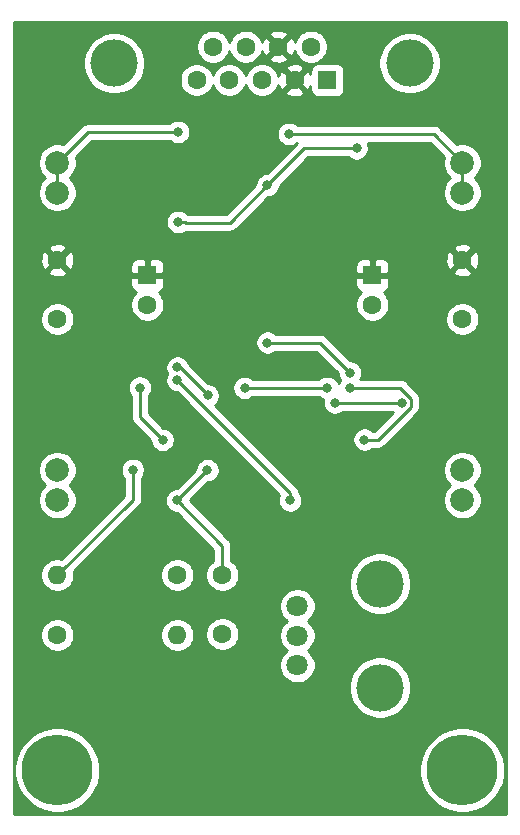
<source format=gbr>
G04 #@! TF.GenerationSoftware,KiCad,Pcbnew,5.1.5-52549c5~84~ubuntu18.04.1*
G04 #@! TF.CreationDate,2020-04-22T17:40:04-07:00*
G04 #@! TF.ProjectId,clock_generator,636c6f63-6b5f-4676-956e-657261746f72,rev?*
G04 #@! TF.SameCoordinates,Original*
G04 #@! TF.FileFunction,Copper,L2,Bot*
G04 #@! TF.FilePolarity,Positive*
%FSLAX46Y46*%
G04 Gerber Fmt 4.6, Leading zero omitted, Abs format (unit mm)*
G04 Created by KiCad (PCBNEW 5.1.5-52549c5~84~ubuntu18.04.1) date 2020-04-22 17:40:04*
%MOMM*%
%LPD*%
G04 APERTURE LIST*
%ADD10C,4.000000*%
%ADD11C,1.600000*%
%ADD12R,1.600000X1.600000*%
%ADD13C,2.000000*%
%ADD14C,1.800000*%
%ADD15O,1.600000X1.600000*%
%ADD16C,6.000000*%
%ADD17C,0.800000*%
%ADD18C,0.250000*%
%ADD19C,0.254000*%
G04 APERTURE END LIST*
D10*
X108960000Y-64620000D03*
X133960000Y-64620000D03*
D11*
X117305000Y-63200000D03*
X120075000Y-63200000D03*
X122845000Y-63200000D03*
X125615000Y-63200000D03*
X115920000Y-66040000D03*
X118690000Y-66040000D03*
X121460000Y-66040000D03*
X124230000Y-66040000D03*
D12*
X127000000Y-66040000D03*
D13*
X138430000Y-99060000D03*
X138430000Y-101600000D03*
X104140000Y-101600000D03*
X104140000Y-99060000D03*
X138430000Y-73025000D03*
X138430000Y-75565000D03*
X104140000Y-75565000D03*
X104140000Y-73025000D03*
D10*
X131460000Y-117470000D03*
X131460000Y-108670000D03*
D14*
X124460000Y-115570000D03*
X124460000Y-113070000D03*
X124460000Y-110570000D03*
D15*
X104140000Y-107950000D03*
D11*
X114300000Y-107950000D03*
D15*
X114300000Y-113030000D03*
D11*
X104140000Y-113030000D03*
X118110000Y-112950000D03*
X118110000Y-107950000D03*
X138430000Y-86280000D03*
X138430000Y-81280000D03*
X104140000Y-86280000D03*
X104140000Y-81280000D03*
X130810000Y-85050000D03*
D12*
X130810000Y-82550000D03*
D11*
X111760000Y-85050000D03*
D12*
X111760000Y-82550000D03*
D16*
X104140000Y-124460000D03*
X138430000Y-124460000D03*
D17*
X116840000Y-99060000D03*
X114270000Y-101630000D03*
X119970000Y-99060000D03*
X132670000Y-89490000D03*
X132670000Y-98380000D03*
X119970000Y-89490000D03*
X112395000Y-75565000D03*
X131445000Y-74295000D03*
X121285000Y-83820000D03*
X113057500Y-96492500D03*
X111125000Y-92075000D03*
X110520000Y-99030000D03*
X126985000Y-92090000D03*
X120000000Y-92090000D03*
X114300000Y-90366998D03*
X116870000Y-92740000D03*
X127635000Y-93345000D03*
X133350000Y-93345000D03*
X114300000Y-91440000D03*
X123855000Y-101630000D03*
X121920000Y-88265000D03*
X128905000Y-90805000D03*
X128905000Y-92075000D03*
X130140000Y-96485000D03*
X114365000Y-70420000D03*
X123728384Y-70581616D03*
X121920000Y-74930000D03*
X129475000Y-71820000D03*
X114365000Y-78040000D03*
D18*
X114270000Y-101630000D02*
X116840000Y-99060000D01*
X118110000Y-105470000D02*
X114270000Y-101630000D01*
X118110000Y-107950000D02*
X118110000Y-105470000D01*
X111125000Y-94560000D02*
X111125000Y-92075000D01*
X113057500Y-96492500D02*
X111125000Y-94560000D01*
X110520000Y-101570000D02*
X104140000Y-107950000D01*
X110520000Y-99030000D02*
X110520000Y-101570000D01*
X120000000Y-92090000D02*
X126985000Y-92090000D01*
X114496998Y-90366998D02*
X114300000Y-90366998D01*
X116870000Y-92740000D02*
X114496998Y-90366998D01*
X127635000Y-93345000D02*
X130810000Y-93345000D01*
X130810000Y-93345000D02*
X133350000Y-93345000D01*
X123855000Y-100995000D02*
X114300000Y-91440000D01*
X123855000Y-101630000D02*
X123855000Y-100995000D01*
X126365000Y-88265000D02*
X121920000Y-88265000D01*
X126365000Y-88265000D02*
X128905000Y-90805000D01*
X129525000Y-92075000D02*
X128905000Y-92075000D01*
X131283002Y-96485000D02*
X134075001Y-93693001D01*
X130140000Y-96485000D02*
X131283002Y-96485000D01*
X134075001Y-93693001D02*
X134075001Y-92996999D01*
X134075001Y-92996999D02*
X133168002Y-92090000D01*
X133168002Y-92090000D02*
X129540000Y-92090000D01*
X129540000Y-92090000D02*
X129525000Y-92075000D01*
X104140000Y-75565000D02*
X104140000Y-73025000D01*
X106745000Y-70420000D02*
X104140000Y-73025000D01*
X114365000Y-70420000D02*
X106745000Y-70420000D01*
X138430000Y-73025000D02*
X138430000Y-75565000D01*
X135986616Y-70581616D02*
X138430000Y-73025000D01*
X123728384Y-70581616D02*
X135986616Y-70581616D01*
X125030000Y-71820000D02*
X121920000Y-74930000D01*
X129475000Y-71820000D02*
X125030000Y-71820000D01*
X114930685Y-78040000D02*
X114995685Y-78105000D01*
X114365000Y-78040000D02*
X114930685Y-78040000D01*
X118745000Y-78105000D02*
X121920000Y-74930000D01*
X114995685Y-78105000D02*
X118745000Y-78105000D01*
D19*
G36*
X142113000Y-128143000D02*
G01*
X100457000Y-128143000D01*
X100457000Y-124101984D01*
X100505000Y-124101984D01*
X100505000Y-124818016D01*
X100644691Y-125520290D01*
X100918705Y-126181818D01*
X101316511Y-126777177D01*
X101822823Y-127283489D01*
X102418182Y-127681295D01*
X103079710Y-127955309D01*
X103781984Y-128095000D01*
X104498016Y-128095000D01*
X105200290Y-127955309D01*
X105861818Y-127681295D01*
X106457177Y-127283489D01*
X106963489Y-126777177D01*
X107361295Y-126181818D01*
X107635309Y-125520290D01*
X107775000Y-124818016D01*
X107775000Y-124101984D01*
X134795000Y-124101984D01*
X134795000Y-124818016D01*
X134934691Y-125520290D01*
X135208705Y-126181818D01*
X135606511Y-126777177D01*
X136112823Y-127283489D01*
X136708182Y-127681295D01*
X137369710Y-127955309D01*
X138071984Y-128095000D01*
X138788016Y-128095000D01*
X139490290Y-127955309D01*
X140151818Y-127681295D01*
X140747177Y-127283489D01*
X141253489Y-126777177D01*
X141651295Y-126181818D01*
X141925309Y-125520290D01*
X142065000Y-124818016D01*
X142065000Y-124101984D01*
X141925309Y-123399710D01*
X141651295Y-122738182D01*
X141253489Y-122142823D01*
X140747177Y-121636511D01*
X140151818Y-121238705D01*
X139490290Y-120964691D01*
X138788016Y-120825000D01*
X138071984Y-120825000D01*
X137369710Y-120964691D01*
X136708182Y-121238705D01*
X136112823Y-121636511D01*
X135606511Y-122142823D01*
X135208705Y-122738182D01*
X134934691Y-123399710D01*
X134795000Y-124101984D01*
X107775000Y-124101984D01*
X107635309Y-123399710D01*
X107361295Y-122738182D01*
X106963489Y-122142823D01*
X106457177Y-121636511D01*
X105861818Y-121238705D01*
X105200290Y-120964691D01*
X104498016Y-120825000D01*
X103781984Y-120825000D01*
X103079710Y-120964691D01*
X102418182Y-121238705D01*
X101822823Y-121636511D01*
X101316511Y-122142823D01*
X100918705Y-122738182D01*
X100644691Y-123399710D01*
X100505000Y-124101984D01*
X100457000Y-124101984D01*
X100457000Y-117210475D01*
X128825000Y-117210475D01*
X128825000Y-117729525D01*
X128926261Y-118238601D01*
X129124893Y-118718141D01*
X129413262Y-119149715D01*
X129780285Y-119516738D01*
X130211859Y-119805107D01*
X130691399Y-120003739D01*
X131200475Y-120105000D01*
X131719525Y-120105000D01*
X132228601Y-120003739D01*
X132708141Y-119805107D01*
X133139715Y-119516738D01*
X133506738Y-119149715D01*
X133795107Y-118718141D01*
X133993739Y-118238601D01*
X134095000Y-117729525D01*
X134095000Y-117210475D01*
X133993739Y-116701399D01*
X133795107Y-116221859D01*
X133506738Y-115790285D01*
X133139715Y-115423262D01*
X132708141Y-115134893D01*
X132228601Y-114936261D01*
X131719525Y-114835000D01*
X131200475Y-114835000D01*
X130691399Y-114936261D01*
X130211859Y-115134893D01*
X129780285Y-115423262D01*
X129413262Y-115790285D01*
X129124893Y-116221859D01*
X128926261Y-116701399D01*
X128825000Y-117210475D01*
X100457000Y-117210475D01*
X100457000Y-112888665D01*
X102705000Y-112888665D01*
X102705000Y-113171335D01*
X102760147Y-113448574D01*
X102868320Y-113709727D01*
X103025363Y-113944759D01*
X103225241Y-114144637D01*
X103460273Y-114301680D01*
X103721426Y-114409853D01*
X103998665Y-114465000D01*
X104281335Y-114465000D01*
X104558574Y-114409853D01*
X104819727Y-114301680D01*
X105054759Y-114144637D01*
X105254637Y-113944759D01*
X105411680Y-113709727D01*
X105519853Y-113448574D01*
X105575000Y-113171335D01*
X105575000Y-112888665D01*
X112865000Y-112888665D01*
X112865000Y-113171335D01*
X112920147Y-113448574D01*
X113028320Y-113709727D01*
X113185363Y-113944759D01*
X113385241Y-114144637D01*
X113620273Y-114301680D01*
X113881426Y-114409853D01*
X114158665Y-114465000D01*
X114441335Y-114465000D01*
X114718574Y-114409853D01*
X114979727Y-114301680D01*
X115214759Y-114144637D01*
X115414637Y-113944759D01*
X115571680Y-113709727D01*
X115679853Y-113448574D01*
X115735000Y-113171335D01*
X115735000Y-112888665D01*
X115719087Y-112808665D01*
X116675000Y-112808665D01*
X116675000Y-113091335D01*
X116730147Y-113368574D01*
X116838320Y-113629727D01*
X116995363Y-113864759D01*
X117195241Y-114064637D01*
X117430273Y-114221680D01*
X117691426Y-114329853D01*
X117968665Y-114385000D01*
X118251335Y-114385000D01*
X118528574Y-114329853D01*
X118789727Y-114221680D01*
X119024759Y-114064637D01*
X119224637Y-113864759D01*
X119381680Y-113629727D01*
X119489853Y-113368574D01*
X119545000Y-113091335D01*
X119545000Y-112808665D01*
X119489853Y-112531426D01*
X119381680Y-112270273D01*
X119224637Y-112035241D01*
X119024759Y-111835363D01*
X118789727Y-111678320D01*
X118528574Y-111570147D01*
X118251335Y-111515000D01*
X117968665Y-111515000D01*
X117691426Y-111570147D01*
X117430273Y-111678320D01*
X117195241Y-111835363D01*
X116995363Y-112035241D01*
X116838320Y-112270273D01*
X116730147Y-112531426D01*
X116675000Y-112808665D01*
X115719087Y-112808665D01*
X115679853Y-112611426D01*
X115571680Y-112350273D01*
X115414637Y-112115241D01*
X115214759Y-111915363D01*
X114979727Y-111758320D01*
X114718574Y-111650147D01*
X114441335Y-111595000D01*
X114158665Y-111595000D01*
X113881426Y-111650147D01*
X113620273Y-111758320D01*
X113385241Y-111915363D01*
X113185363Y-112115241D01*
X113028320Y-112350273D01*
X112920147Y-112611426D01*
X112865000Y-112888665D01*
X105575000Y-112888665D01*
X105519853Y-112611426D01*
X105411680Y-112350273D01*
X105254637Y-112115241D01*
X105054759Y-111915363D01*
X104819727Y-111758320D01*
X104558574Y-111650147D01*
X104281335Y-111595000D01*
X103998665Y-111595000D01*
X103721426Y-111650147D01*
X103460273Y-111758320D01*
X103225241Y-111915363D01*
X103025363Y-112115241D01*
X102868320Y-112350273D01*
X102760147Y-112611426D01*
X102705000Y-112888665D01*
X100457000Y-112888665D01*
X100457000Y-110418816D01*
X122925000Y-110418816D01*
X122925000Y-110721184D01*
X122983989Y-111017743D01*
X123099701Y-111297095D01*
X123267688Y-111548505D01*
X123481495Y-111762312D01*
X123567831Y-111820000D01*
X123481495Y-111877688D01*
X123267688Y-112091495D01*
X123099701Y-112342905D01*
X122983989Y-112622257D01*
X122925000Y-112918816D01*
X122925000Y-113221184D01*
X122983989Y-113517743D01*
X123099701Y-113797095D01*
X123267688Y-114048505D01*
X123481495Y-114262312D01*
X123567831Y-114320000D01*
X123481495Y-114377688D01*
X123267688Y-114591495D01*
X123099701Y-114842905D01*
X122983989Y-115122257D01*
X122925000Y-115418816D01*
X122925000Y-115721184D01*
X122983989Y-116017743D01*
X123099701Y-116297095D01*
X123267688Y-116548505D01*
X123481495Y-116762312D01*
X123732905Y-116930299D01*
X124012257Y-117046011D01*
X124308816Y-117105000D01*
X124611184Y-117105000D01*
X124907743Y-117046011D01*
X125187095Y-116930299D01*
X125438505Y-116762312D01*
X125652312Y-116548505D01*
X125820299Y-116297095D01*
X125936011Y-116017743D01*
X125995000Y-115721184D01*
X125995000Y-115418816D01*
X125936011Y-115122257D01*
X125820299Y-114842905D01*
X125652312Y-114591495D01*
X125438505Y-114377688D01*
X125352169Y-114320000D01*
X125438505Y-114262312D01*
X125652312Y-114048505D01*
X125820299Y-113797095D01*
X125936011Y-113517743D01*
X125995000Y-113221184D01*
X125995000Y-112918816D01*
X125936011Y-112622257D01*
X125820299Y-112342905D01*
X125652312Y-112091495D01*
X125438505Y-111877688D01*
X125352169Y-111820000D01*
X125438505Y-111762312D01*
X125652312Y-111548505D01*
X125820299Y-111297095D01*
X125936011Y-111017743D01*
X125995000Y-110721184D01*
X125995000Y-110418816D01*
X125936011Y-110122257D01*
X125820299Y-109842905D01*
X125652312Y-109591495D01*
X125438505Y-109377688D01*
X125187095Y-109209701D01*
X124907743Y-109093989D01*
X124611184Y-109035000D01*
X124308816Y-109035000D01*
X124012257Y-109093989D01*
X123732905Y-109209701D01*
X123481495Y-109377688D01*
X123267688Y-109591495D01*
X123099701Y-109842905D01*
X122983989Y-110122257D01*
X122925000Y-110418816D01*
X100457000Y-110418816D01*
X100457000Y-107808665D01*
X102705000Y-107808665D01*
X102705000Y-108091335D01*
X102760147Y-108368574D01*
X102868320Y-108629727D01*
X103025363Y-108864759D01*
X103225241Y-109064637D01*
X103460273Y-109221680D01*
X103721426Y-109329853D01*
X103998665Y-109385000D01*
X104281335Y-109385000D01*
X104558574Y-109329853D01*
X104819727Y-109221680D01*
X105054759Y-109064637D01*
X105254637Y-108864759D01*
X105411680Y-108629727D01*
X105519853Y-108368574D01*
X105575000Y-108091335D01*
X105575000Y-107808665D01*
X112865000Y-107808665D01*
X112865000Y-108091335D01*
X112920147Y-108368574D01*
X113028320Y-108629727D01*
X113185363Y-108864759D01*
X113385241Y-109064637D01*
X113620273Y-109221680D01*
X113881426Y-109329853D01*
X114158665Y-109385000D01*
X114441335Y-109385000D01*
X114718574Y-109329853D01*
X114979727Y-109221680D01*
X115214759Y-109064637D01*
X115414637Y-108864759D01*
X115571680Y-108629727D01*
X115679853Y-108368574D01*
X115735000Y-108091335D01*
X115735000Y-107808665D01*
X115679853Y-107531426D01*
X115571680Y-107270273D01*
X115414637Y-107035241D01*
X115214759Y-106835363D01*
X114979727Y-106678320D01*
X114718574Y-106570147D01*
X114441335Y-106515000D01*
X114158665Y-106515000D01*
X113881426Y-106570147D01*
X113620273Y-106678320D01*
X113385241Y-106835363D01*
X113185363Y-107035241D01*
X113028320Y-107270273D01*
X112920147Y-107531426D01*
X112865000Y-107808665D01*
X105575000Y-107808665D01*
X105538688Y-107626113D01*
X111031003Y-102133799D01*
X111060001Y-102110001D01*
X111154974Y-101994276D01*
X111225546Y-101862247D01*
X111269003Y-101718986D01*
X111280000Y-101607333D01*
X111283677Y-101570000D01*
X111280000Y-101532667D01*
X111280000Y-101528061D01*
X113235000Y-101528061D01*
X113235000Y-101731939D01*
X113274774Y-101931898D01*
X113352795Y-102120256D01*
X113466063Y-102289774D01*
X113610226Y-102433937D01*
X113779744Y-102547205D01*
X113968102Y-102625226D01*
X114168061Y-102665000D01*
X114230199Y-102665000D01*
X117350001Y-105784803D01*
X117350000Y-106731956D01*
X117195241Y-106835363D01*
X116995363Y-107035241D01*
X116838320Y-107270273D01*
X116730147Y-107531426D01*
X116675000Y-107808665D01*
X116675000Y-108091335D01*
X116730147Y-108368574D01*
X116838320Y-108629727D01*
X116995363Y-108864759D01*
X117195241Y-109064637D01*
X117430273Y-109221680D01*
X117691426Y-109329853D01*
X117968665Y-109385000D01*
X118251335Y-109385000D01*
X118528574Y-109329853D01*
X118789727Y-109221680D01*
X119024759Y-109064637D01*
X119224637Y-108864759D01*
X119381680Y-108629727D01*
X119472497Y-108410475D01*
X128825000Y-108410475D01*
X128825000Y-108929525D01*
X128926261Y-109438601D01*
X129124893Y-109918141D01*
X129413262Y-110349715D01*
X129780285Y-110716738D01*
X130211859Y-111005107D01*
X130691399Y-111203739D01*
X131200475Y-111305000D01*
X131719525Y-111305000D01*
X132228601Y-111203739D01*
X132708141Y-111005107D01*
X133139715Y-110716738D01*
X133506738Y-110349715D01*
X133795107Y-109918141D01*
X133993739Y-109438601D01*
X134095000Y-108929525D01*
X134095000Y-108410475D01*
X133993739Y-107901399D01*
X133795107Y-107421859D01*
X133506738Y-106990285D01*
X133139715Y-106623262D01*
X132708141Y-106334893D01*
X132228601Y-106136261D01*
X131719525Y-106035000D01*
X131200475Y-106035000D01*
X130691399Y-106136261D01*
X130211859Y-106334893D01*
X129780285Y-106623262D01*
X129413262Y-106990285D01*
X129124893Y-107421859D01*
X128926261Y-107901399D01*
X128825000Y-108410475D01*
X119472497Y-108410475D01*
X119489853Y-108368574D01*
X119545000Y-108091335D01*
X119545000Y-107808665D01*
X119489853Y-107531426D01*
X119381680Y-107270273D01*
X119224637Y-107035241D01*
X119024759Y-106835363D01*
X118870000Y-106731957D01*
X118870000Y-105507322D01*
X118873676Y-105469999D01*
X118870000Y-105432676D01*
X118870000Y-105432667D01*
X118859003Y-105321014D01*
X118815546Y-105177753D01*
X118744974Y-105045723D01*
X118673799Y-104958997D01*
X118650001Y-104929999D01*
X118621003Y-104906201D01*
X115344801Y-101630000D01*
X116879802Y-100095000D01*
X116941939Y-100095000D01*
X117141898Y-100055226D01*
X117330256Y-99977205D01*
X117499774Y-99863937D01*
X117643937Y-99719774D01*
X117757205Y-99550256D01*
X117835226Y-99361898D01*
X117875000Y-99161939D01*
X117875000Y-98958061D01*
X117835226Y-98758102D01*
X117757205Y-98569744D01*
X117643937Y-98400226D01*
X117499774Y-98256063D01*
X117330256Y-98142795D01*
X117141898Y-98064774D01*
X116941939Y-98025000D01*
X116738061Y-98025000D01*
X116538102Y-98064774D01*
X116349744Y-98142795D01*
X116180226Y-98256063D01*
X116036063Y-98400226D01*
X115922795Y-98569744D01*
X115844774Y-98758102D01*
X115805000Y-98958061D01*
X115805000Y-99020198D01*
X114230199Y-100595000D01*
X114168061Y-100595000D01*
X113968102Y-100634774D01*
X113779744Y-100712795D01*
X113610226Y-100826063D01*
X113466063Y-100970226D01*
X113352795Y-101139744D01*
X113274774Y-101328102D01*
X113235000Y-101528061D01*
X111280000Y-101528061D01*
X111280000Y-99733711D01*
X111323937Y-99689774D01*
X111437205Y-99520256D01*
X111515226Y-99331898D01*
X111555000Y-99131939D01*
X111555000Y-98928061D01*
X111515226Y-98728102D01*
X111437205Y-98539744D01*
X111323937Y-98370226D01*
X111179774Y-98226063D01*
X111010256Y-98112795D01*
X110821898Y-98034774D01*
X110621939Y-97995000D01*
X110418061Y-97995000D01*
X110218102Y-98034774D01*
X110029744Y-98112795D01*
X109860226Y-98226063D01*
X109716063Y-98370226D01*
X109602795Y-98539744D01*
X109524774Y-98728102D01*
X109485000Y-98928061D01*
X109485000Y-99131939D01*
X109524774Y-99331898D01*
X109602795Y-99520256D01*
X109716063Y-99689774D01*
X109760000Y-99733711D01*
X109760001Y-101255197D01*
X104463887Y-106551312D01*
X104281335Y-106515000D01*
X103998665Y-106515000D01*
X103721426Y-106570147D01*
X103460273Y-106678320D01*
X103225241Y-106835363D01*
X103025363Y-107035241D01*
X102868320Y-107270273D01*
X102760147Y-107531426D01*
X102705000Y-107808665D01*
X100457000Y-107808665D01*
X100457000Y-98898967D01*
X102505000Y-98898967D01*
X102505000Y-99221033D01*
X102567832Y-99536912D01*
X102691082Y-99834463D01*
X102870013Y-100102252D01*
X103097748Y-100329987D01*
X103097767Y-100330000D01*
X103097748Y-100330013D01*
X102870013Y-100557748D01*
X102691082Y-100825537D01*
X102567832Y-101123088D01*
X102505000Y-101438967D01*
X102505000Y-101761033D01*
X102567832Y-102076912D01*
X102691082Y-102374463D01*
X102870013Y-102642252D01*
X103097748Y-102869987D01*
X103365537Y-103048918D01*
X103663088Y-103172168D01*
X103978967Y-103235000D01*
X104301033Y-103235000D01*
X104616912Y-103172168D01*
X104914463Y-103048918D01*
X105182252Y-102869987D01*
X105409987Y-102642252D01*
X105588918Y-102374463D01*
X105712168Y-102076912D01*
X105775000Y-101761033D01*
X105775000Y-101438967D01*
X105712168Y-101123088D01*
X105588918Y-100825537D01*
X105409987Y-100557748D01*
X105182252Y-100330013D01*
X105182233Y-100330000D01*
X105182252Y-100329987D01*
X105409987Y-100102252D01*
X105588918Y-99834463D01*
X105712168Y-99536912D01*
X105775000Y-99221033D01*
X105775000Y-98898967D01*
X105712168Y-98583088D01*
X105588918Y-98285537D01*
X105409987Y-98017748D01*
X105182252Y-97790013D01*
X104914463Y-97611082D01*
X104616912Y-97487832D01*
X104301033Y-97425000D01*
X103978967Y-97425000D01*
X103663088Y-97487832D01*
X103365537Y-97611082D01*
X103097748Y-97790013D01*
X102870013Y-98017748D01*
X102691082Y-98285537D01*
X102567832Y-98583088D01*
X102505000Y-98898967D01*
X100457000Y-98898967D01*
X100457000Y-91973061D01*
X110090000Y-91973061D01*
X110090000Y-92176939D01*
X110129774Y-92376898D01*
X110207795Y-92565256D01*
X110321063Y-92734774D01*
X110365001Y-92778712D01*
X110365000Y-94522677D01*
X110361324Y-94560000D01*
X110365000Y-94597322D01*
X110365000Y-94597332D01*
X110375997Y-94708985D01*
X110419454Y-94852246D01*
X110490026Y-94984276D01*
X110529871Y-95032826D01*
X110584999Y-95100001D01*
X110614003Y-95123804D01*
X112022500Y-96532302D01*
X112022500Y-96594439D01*
X112062274Y-96794398D01*
X112140295Y-96982756D01*
X112253563Y-97152274D01*
X112397726Y-97296437D01*
X112567244Y-97409705D01*
X112755602Y-97487726D01*
X112955561Y-97527500D01*
X113159439Y-97527500D01*
X113359398Y-97487726D01*
X113547756Y-97409705D01*
X113717274Y-97296437D01*
X113861437Y-97152274D01*
X113974705Y-96982756D01*
X114052726Y-96794398D01*
X114092500Y-96594439D01*
X114092500Y-96390561D01*
X114052726Y-96190602D01*
X113974705Y-96002244D01*
X113861437Y-95832726D01*
X113717274Y-95688563D01*
X113547756Y-95575295D01*
X113359398Y-95497274D01*
X113159439Y-95457500D01*
X113097302Y-95457500D01*
X111885000Y-94245199D01*
X111885000Y-92778711D01*
X111928937Y-92734774D01*
X112042205Y-92565256D01*
X112120226Y-92376898D01*
X112160000Y-92176939D01*
X112160000Y-91973061D01*
X112120226Y-91773102D01*
X112042205Y-91584744D01*
X111928937Y-91415226D01*
X111784774Y-91271063D01*
X111615256Y-91157795D01*
X111426898Y-91079774D01*
X111226939Y-91040000D01*
X111023061Y-91040000D01*
X110823102Y-91079774D01*
X110634744Y-91157795D01*
X110465226Y-91271063D01*
X110321063Y-91415226D01*
X110207795Y-91584744D01*
X110129774Y-91773102D01*
X110090000Y-91973061D01*
X100457000Y-91973061D01*
X100457000Y-90265059D01*
X113265000Y-90265059D01*
X113265000Y-90468937D01*
X113304774Y-90668896D01*
X113382795Y-90857254D01*
X113413695Y-90903499D01*
X113382795Y-90949744D01*
X113304774Y-91138102D01*
X113265000Y-91338061D01*
X113265000Y-91541939D01*
X113304774Y-91741898D01*
X113382795Y-91930256D01*
X113496063Y-92099774D01*
X113640226Y-92243937D01*
X113809744Y-92357205D01*
X113998102Y-92435226D01*
X114198061Y-92475000D01*
X114260199Y-92475000D01*
X122934030Y-101148832D01*
X122859774Y-101328102D01*
X122820000Y-101528061D01*
X122820000Y-101731939D01*
X122859774Y-101931898D01*
X122937795Y-102120256D01*
X123051063Y-102289774D01*
X123195226Y-102433937D01*
X123364744Y-102547205D01*
X123553102Y-102625226D01*
X123753061Y-102665000D01*
X123956939Y-102665000D01*
X124156898Y-102625226D01*
X124345256Y-102547205D01*
X124514774Y-102433937D01*
X124658937Y-102289774D01*
X124772205Y-102120256D01*
X124850226Y-101931898D01*
X124890000Y-101731939D01*
X124890000Y-101528061D01*
X124850226Y-101328102D01*
X124772205Y-101139744D01*
X124658937Y-100970226D01*
X124611572Y-100922861D01*
X124604003Y-100846014D01*
X124560546Y-100702753D01*
X124489974Y-100570724D01*
X124418799Y-100483997D01*
X124395001Y-100454999D01*
X124366003Y-100431201D01*
X122833769Y-98898967D01*
X136795000Y-98898967D01*
X136795000Y-99221033D01*
X136857832Y-99536912D01*
X136981082Y-99834463D01*
X137160013Y-100102252D01*
X137387748Y-100329987D01*
X137387767Y-100330000D01*
X137387748Y-100330013D01*
X137160013Y-100557748D01*
X136981082Y-100825537D01*
X136857832Y-101123088D01*
X136795000Y-101438967D01*
X136795000Y-101761033D01*
X136857832Y-102076912D01*
X136981082Y-102374463D01*
X137160013Y-102642252D01*
X137387748Y-102869987D01*
X137655537Y-103048918D01*
X137953088Y-103172168D01*
X138268967Y-103235000D01*
X138591033Y-103235000D01*
X138906912Y-103172168D01*
X139204463Y-103048918D01*
X139472252Y-102869987D01*
X139699987Y-102642252D01*
X139878918Y-102374463D01*
X140002168Y-102076912D01*
X140065000Y-101761033D01*
X140065000Y-101438967D01*
X140002168Y-101123088D01*
X139878918Y-100825537D01*
X139699987Y-100557748D01*
X139472252Y-100330013D01*
X139472233Y-100330000D01*
X139472252Y-100329987D01*
X139699987Y-100102252D01*
X139878918Y-99834463D01*
X140002168Y-99536912D01*
X140065000Y-99221033D01*
X140065000Y-98898967D01*
X140002168Y-98583088D01*
X139878918Y-98285537D01*
X139699987Y-98017748D01*
X139472252Y-97790013D01*
X139204463Y-97611082D01*
X138906912Y-97487832D01*
X138591033Y-97425000D01*
X138268967Y-97425000D01*
X137953088Y-97487832D01*
X137655537Y-97611082D01*
X137387748Y-97790013D01*
X137160013Y-98017748D01*
X136981082Y-98285537D01*
X136857832Y-98583088D01*
X136795000Y-98898967D01*
X122833769Y-98898967D01*
X117499180Y-93564379D01*
X117529774Y-93543937D01*
X117673937Y-93399774D01*
X117787205Y-93230256D01*
X117865226Y-93041898D01*
X117905000Y-92841939D01*
X117905000Y-92638061D01*
X117865226Y-92438102D01*
X117787205Y-92249744D01*
X117673937Y-92080226D01*
X117581772Y-91988061D01*
X118965000Y-91988061D01*
X118965000Y-92191939D01*
X119004774Y-92391898D01*
X119082795Y-92580256D01*
X119196063Y-92749774D01*
X119340226Y-92893937D01*
X119509744Y-93007205D01*
X119698102Y-93085226D01*
X119898061Y-93125000D01*
X120101939Y-93125000D01*
X120301898Y-93085226D01*
X120490256Y-93007205D01*
X120659774Y-92893937D01*
X120703711Y-92850000D01*
X126281289Y-92850000D01*
X126325226Y-92893937D01*
X126494744Y-93007205D01*
X126635331Y-93065438D01*
X126600000Y-93243061D01*
X126600000Y-93446939D01*
X126639774Y-93646898D01*
X126717795Y-93835256D01*
X126831063Y-94004774D01*
X126975226Y-94148937D01*
X127144744Y-94262205D01*
X127333102Y-94340226D01*
X127533061Y-94380000D01*
X127736939Y-94380000D01*
X127936898Y-94340226D01*
X128125256Y-94262205D01*
X128294774Y-94148937D01*
X128338711Y-94105000D01*
X132588200Y-94105000D01*
X130968201Y-95725000D01*
X130843711Y-95725000D01*
X130799774Y-95681063D01*
X130630256Y-95567795D01*
X130441898Y-95489774D01*
X130241939Y-95450000D01*
X130038061Y-95450000D01*
X129838102Y-95489774D01*
X129649744Y-95567795D01*
X129480226Y-95681063D01*
X129336063Y-95825226D01*
X129222795Y-95994744D01*
X129144774Y-96183102D01*
X129105000Y-96383061D01*
X129105000Y-96586939D01*
X129144774Y-96786898D01*
X129222795Y-96975256D01*
X129336063Y-97144774D01*
X129480226Y-97288937D01*
X129649744Y-97402205D01*
X129838102Y-97480226D01*
X130038061Y-97520000D01*
X130241939Y-97520000D01*
X130441898Y-97480226D01*
X130630256Y-97402205D01*
X130799774Y-97288937D01*
X130843711Y-97245000D01*
X131245680Y-97245000D01*
X131283002Y-97248676D01*
X131320324Y-97245000D01*
X131320335Y-97245000D01*
X131431988Y-97234003D01*
X131575249Y-97190546D01*
X131707278Y-97119974D01*
X131823003Y-97025001D01*
X131846806Y-96995997D01*
X134586005Y-94256799D01*
X134615002Y-94233002D01*
X134709975Y-94117277D01*
X134780547Y-93985248D01*
X134824004Y-93841987D01*
X134835001Y-93730334D01*
X134835001Y-93730324D01*
X134838677Y-93693001D01*
X134835001Y-93655678D01*
X134835001Y-93034321D01*
X134838677Y-92996998D01*
X134835001Y-92959675D01*
X134835001Y-92959666D01*
X134824004Y-92848013D01*
X134780547Y-92704752D01*
X134709975Y-92572723D01*
X134615002Y-92456998D01*
X134586004Y-92433200D01*
X133731805Y-91579002D01*
X133708003Y-91549999D01*
X133592278Y-91455026D01*
X133460249Y-91384454D01*
X133316988Y-91340997D01*
X133205335Y-91330000D01*
X133205324Y-91330000D01*
X133168002Y-91326324D01*
X133130680Y-91330000D01*
X129798990Y-91330000D01*
X129822205Y-91295256D01*
X129900226Y-91106898D01*
X129940000Y-90906939D01*
X129940000Y-90703061D01*
X129900226Y-90503102D01*
X129822205Y-90314744D01*
X129708937Y-90145226D01*
X129564774Y-90001063D01*
X129395256Y-89887795D01*
X129206898Y-89809774D01*
X129006939Y-89770000D01*
X128944803Y-89770000D01*
X126928804Y-87754003D01*
X126905001Y-87724999D01*
X126789276Y-87630026D01*
X126657247Y-87559454D01*
X126513986Y-87515997D01*
X126402333Y-87505000D01*
X126402322Y-87505000D01*
X126365000Y-87501324D01*
X126327678Y-87505000D01*
X122623711Y-87505000D01*
X122579774Y-87461063D01*
X122410256Y-87347795D01*
X122221898Y-87269774D01*
X122021939Y-87230000D01*
X121818061Y-87230000D01*
X121618102Y-87269774D01*
X121429744Y-87347795D01*
X121260226Y-87461063D01*
X121116063Y-87605226D01*
X121002795Y-87774744D01*
X120924774Y-87963102D01*
X120885000Y-88163061D01*
X120885000Y-88366939D01*
X120924774Y-88566898D01*
X121002795Y-88755256D01*
X121116063Y-88924774D01*
X121260226Y-89068937D01*
X121429744Y-89182205D01*
X121618102Y-89260226D01*
X121818061Y-89300000D01*
X122021939Y-89300000D01*
X122221898Y-89260226D01*
X122410256Y-89182205D01*
X122579774Y-89068937D01*
X122623711Y-89025000D01*
X126050199Y-89025000D01*
X127870000Y-90844803D01*
X127870000Y-90906939D01*
X127909774Y-91106898D01*
X127987795Y-91295256D01*
X128084510Y-91440000D01*
X127987795Y-91584744D01*
X127941893Y-91695560D01*
X127902205Y-91599744D01*
X127788937Y-91430226D01*
X127644774Y-91286063D01*
X127475256Y-91172795D01*
X127286898Y-91094774D01*
X127086939Y-91055000D01*
X126883061Y-91055000D01*
X126683102Y-91094774D01*
X126494744Y-91172795D01*
X126325226Y-91286063D01*
X126281289Y-91330000D01*
X120703711Y-91330000D01*
X120659774Y-91286063D01*
X120490256Y-91172795D01*
X120301898Y-91094774D01*
X120101939Y-91055000D01*
X119898061Y-91055000D01*
X119698102Y-91094774D01*
X119509744Y-91172795D01*
X119340226Y-91286063D01*
X119196063Y-91430226D01*
X119082795Y-91599744D01*
X119004774Y-91788102D01*
X118965000Y-91988061D01*
X117581772Y-91988061D01*
X117529774Y-91936063D01*
X117360256Y-91822795D01*
X117171898Y-91744774D01*
X116971939Y-91705000D01*
X116909802Y-91705000D01*
X115301514Y-90096713D01*
X115295226Y-90065100D01*
X115217205Y-89876742D01*
X115103937Y-89707224D01*
X114959774Y-89563061D01*
X114790256Y-89449793D01*
X114601898Y-89371772D01*
X114401939Y-89331998D01*
X114198061Y-89331998D01*
X113998102Y-89371772D01*
X113809744Y-89449793D01*
X113640226Y-89563061D01*
X113496063Y-89707224D01*
X113382795Y-89876742D01*
X113304774Y-90065100D01*
X113265000Y-90265059D01*
X100457000Y-90265059D01*
X100457000Y-86138665D01*
X102705000Y-86138665D01*
X102705000Y-86421335D01*
X102760147Y-86698574D01*
X102868320Y-86959727D01*
X103025363Y-87194759D01*
X103225241Y-87394637D01*
X103460273Y-87551680D01*
X103721426Y-87659853D01*
X103998665Y-87715000D01*
X104281335Y-87715000D01*
X104558574Y-87659853D01*
X104819727Y-87551680D01*
X105054759Y-87394637D01*
X105254637Y-87194759D01*
X105411680Y-86959727D01*
X105519853Y-86698574D01*
X105575000Y-86421335D01*
X105575000Y-86138665D01*
X105519853Y-85861426D01*
X105411680Y-85600273D01*
X105254637Y-85365241D01*
X105054759Y-85165363D01*
X104819727Y-85008320D01*
X104558574Y-84900147D01*
X104281335Y-84845000D01*
X103998665Y-84845000D01*
X103721426Y-84900147D01*
X103460273Y-85008320D01*
X103225241Y-85165363D01*
X103025363Y-85365241D01*
X102868320Y-85600273D01*
X102760147Y-85861426D01*
X102705000Y-86138665D01*
X100457000Y-86138665D01*
X100457000Y-83350000D01*
X110321928Y-83350000D01*
X110334188Y-83474482D01*
X110370498Y-83594180D01*
X110429463Y-83704494D01*
X110508815Y-83801185D01*
X110605506Y-83880537D01*
X110715820Y-83939502D01*
X110811943Y-83968661D01*
X110645363Y-84135241D01*
X110488320Y-84370273D01*
X110380147Y-84631426D01*
X110325000Y-84908665D01*
X110325000Y-85191335D01*
X110380147Y-85468574D01*
X110488320Y-85729727D01*
X110645363Y-85964759D01*
X110845241Y-86164637D01*
X111080273Y-86321680D01*
X111341426Y-86429853D01*
X111618665Y-86485000D01*
X111901335Y-86485000D01*
X112178574Y-86429853D01*
X112439727Y-86321680D01*
X112674759Y-86164637D01*
X112874637Y-85964759D01*
X113031680Y-85729727D01*
X113139853Y-85468574D01*
X113195000Y-85191335D01*
X113195000Y-84908665D01*
X113139853Y-84631426D01*
X113031680Y-84370273D01*
X112874637Y-84135241D01*
X112708057Y-83968661D01*
X112804180Y-83939502D01*
X112914494Y-83880537D01*
X113011185Y-83801185D01*
X113090537Y-83704494D01*
X113149502Y-83594180D01*
X113185812Y-83474482D01*
X113198072Y-83350000D01*
X129371928Y-83350000D01*
X129384188Y-83474482D01*
X129420498Y-83594180D01*
X129479463Y-83704494D01*
X129558815Y-83801185D01*
X129655506Y-83880537D01*
X129765820Y-83939502D01*
X129861943Y-83968661D01*
X129695363Y-84135241D01*
X129538320Y-84370273D01*
X129430147Y-84631426D01*
X129375000Y-84908665D01*
X129375000Y-85191335D01*
X129430147Y-85468574D01*
X129538320Y-85729727D01*
X129695363Y-85964759D01*
X129895241Y-86164637D01*
X130130273Y-86321680D01*
X130391426Y-86429853D01*
X130668665Y-86485000D01*
X130951335Y-86485000D01*
X131228574Y-86429853D01*
X131489727Y-86321680D01*
X131724759Y-86164637D01*
X131750731Y-86138665D01*
X136995000Y-86138665D01*
X136995000Y-86421335D01*
X137050147Y-86698574D01*
X137158320Y-86959727D01*
X137315363Y-87194759D01*
X137515241Y-87394637D01*
X137750273Y-87551680D01*
X138011426Y-87659853D01*
X138288665Y-87715000D01*
X138571335Y-87715000D01*
X138848574Y-87659853D01*
X139109727Y-87551680D01*
X139344759Y-87394637D01*
X139544637Y-87194759D01*
X139701680Y-86959727D01*
X139809853Y-86698574D01*
X139865000Y-86421335D01*
X139865000Y-86138665D01*
X139809853Y-85861426D01*
X139701680Y-85600273D01*
X139544637Y-85365241D01*
X139344759Y-85165363D01*
X139109727Y-85008320D01*
X138848574Y-84900147D01*
X138571335Y-84845000D01*
X138288665Y-84845000D01*
X138011426Y-84900147D01*
X137750273Y-85008320D01*
X137515241Y-85165363D01*
X137315363Y-85365241D01*
X137158320Y-85600273D01*
X137050147Y-85861426D01*
X136995000Y-86138665D01*
X131750731Y-86138665D01*
X131924637Y-85964759D01*
X132081680Y-85729727D01*
X132189853Y-85468574D01*
X132245000Y-85191335D01*
X132245000Y-84908665D01*
X132189853Y-84631426D01*
X132081680Y-84370273D01*
X131924637Y-84135241D01*
X131758057Y-83968661D01*
X131854180Y-83939502D01*
X131964494Y-83880537D01*
X132061185Y-83801185D01*
X132140537Y-83704494D01*
X132199502Y-83594180D01*
X132235812Y-83474482D01*
X132248072Y-83350000D01*
X132245000Y-82835750D01*
X132086250Y-82677000D01*
X130937000Y-82677000D01*
X130937000Y-82697000D01*
X130683000Y-82697000D01*
X130683000Y-82677000D01*
X129533750Y-82677000D01*
X129375000Y-82835750D01*
X129371928Y-83350000D01*
X113198072Y-83350000D01*
X113195000Y-82835750D01*
X113036250Y-82677000D01*
X111887000Y-82677000D01*
X111887000Y-82697000D01*
X111633000Y-82697000D01*
X111633000Y-82677000D01*
X110483750Y-82677000D01*
X110325000Y-82835750D01*
X110321928Y-83350000D01*
X100457000Y-83350000D01*
X100457000Y-82272702D01*
X103326903Y-82272702D01*
X103398486Y-82516671D01*
X103653996Y-82637571D01*
X103928184Y-82706300D01*
X104210512Y-82720217D01*
X104490130Y-82678787D01*
X104756292Y-82583603D01*
X104881514Y-82516671D01*
X104953097Y-82272702D01*
X104140000Y-81459605D01*
X103326903Y-82272702D01*
X100457000Y-82272702D01*
X100457000Y-81350512D01*
X102699783Y-81350512D01*
X102741213Y-81630130D01*
X102836397Y-81896292D01*
X102903329Y-82021514D01*
X103147298Y-82093097D01*
X103960395Y-81280000D01*
X104319605Y-81280000D01*
X105132702Y-82093097D01*
X105376671Y-82021514D01*
X105497571Y-81766004D01*
X105501582Y-81750000D01*
X110321928Y-81750000D01*
X110325000Y-82264250D01*
X110483750Y-82423000D01*
X111633000Y-82423000D01*
X111633000Y-81273750D01*
X111887000Y-81273750D01*
X111887000Y-82423000D01*
X113036250Y-82423000D01*
X113195000Y-82264250D01*
X113198072Y-81750000D01*
X129371928Y-81750000D01*
X129375000Y-82264250D01*
X129533750Y-82423000D01*
X130683000Y-82423000D01*
X130683000Y-81273750D01*
X130937000Y-81273750D01*
X130937000Y-82423000D01*
X132086250Y-82423000D01*
X132236548Y-82272702D01*
X137616903Y-82272702D01*
X137688486Y-82516671D01*
X137943996Y-82637571D01*
X138218184Y-82706300D01*
X138500512Y-82720217D01*
X138780130Y-82678787D01*
X139046292Y-82583603D01*
X139171514Y-82516671D01*
X139243097Y-82272702D01*
X138430000Y-81459605D01*
X137616903Y-82272702D01*
X132236548Y-82272702D01*
X132245000Y-82264250D01*
X132248072Y-81750000D01*
X132235812Y-81625518D01*
X132199502Y-81505820D01*
X132140537Y-81395506D01*
X132103612Y-81350512D01*
X136989783Y-81350512D01*
X137031213Y-81630130D01*
X137126397Y-81896292D01*
X137193329Y-82021514D01*
X137437298Y-82093097D01*
X138250395Y-81280000D01*
X138609605Y-81280000D01*
X139422702Y-82093097D01*
X139666671Y-82021514D01*
X139787571Y-81766004D01*
X139856300Y-81491816D01*
X139870217Y-81209488D01*
X139828787Y-80929870D01*
X139733603Y-80663708D01*
X139666671Y-80538486D01*
X139422702Y-80466903D01*
X138609605Y-81280000D01*
X138250395Y-81280000D01*
X137437298Y-80466903D01*
X137193329Y-80538486D01*
X137072429Y-80793996D01*
X137003700Y-81068184D01*
X136989783Y-81350512D01*
X132103612Y-81350512D01*
X132061185Y-81298815D01*
X131964494Y-81219463D01*
X131854180Y-81160498D01*
X131734482Y-81124188D01*
X131610000Y-81111928D01*
X131095750Y-81115000D01*
X130937000Y-81273750D01*
X130683000Y-81273750D01*
X130524250Y-81115000D01*
X130010000Y-81111928D01*
X129885518Y-81124188D01*
X129765820Y-81160498D01*
X129655506Y-81219463D01*
X129558815Y-81298815D01*
X129479463Y-81395506D01*
X129420498Y-81505820D01*
X129384188Y-81625518D01*
X129371928Y-81750000D01*
X113198072Y-81750000D01*
X113185812Y-81625518D01*
X113149502Y-81505820D01*
X113090537Y-81395506D01*
X113011185Y-81298815D01*
X112914494Y-81219463D01*
X112804180Y-81160498D01*
X112684482Y-81124188D01*
X112560000Y-81111928D01*
X112045750Y-81115000D01*
X111887000Y-81273750D01*
X111633000Y-81273750D01*
X111474250Y-81115000D01*
X110960000Y-81111928D01*
X110835518Y-81124188D01*
X110715820Y-81160498D01*
X110605506Y-81219463D01*
X110508815Y-81298815D01*
X110429463Y-81395506D01*
X110370498Y-81505820D01*
X110334188Y-81625518D01*
X110321928Y-81750000D01*
X105501582Y-81750000D01*
X105566300Y-81491816D01*
X105580217Y-81209488D01*
X105538787Y-80929870D01*
X105443603Y-80663708D01*
X105376671Y-80538486D01*
X105132702Y-80466903D01*
X104319605Y-81280000D01*
X103960395Y-81280000D01*
X103147298Y-80466903D01*
X102903329Y-80538486D01*
X102782429Y-80793996D01*
X102713700Y-81068184D01*
X102699783Y-81350512D01*
X100457000Y-81350512D01*
X100457000Y-80287298D01*
X103326903Y-80287298D01*
X104140000Y-81100395D01*
X104953097Y-80287298D01*
X137616903Y-80287298D01*
X138430000Y-81100395D01*
X139243097Y-80287298D01*
X139171514Y-80043329D01*
X138916004Y-79922429D01*
X138641816Y-79853700D01*
X138359488Y-79839783D01*
X138079870Y-79881213D01*
X137813708Y-79976397D01*
X137688486Y-80043329D01*
X137616903Y-80287298D01*
X104953097Y-80287298D01*
X104881514Y-80043329D01*
X104626004Y-79922429D01*
X104351816Y-79853700D01*
X104069488Y-79839783D01*
X103789870Y-79881213D01*
X103523708Y-79976397D01*
X103398486Y-80043329D01*
X103326903Y-80287298D01*
X100457000Y-80287298D01*
X100457000Y-77938061D01*
X113330000Y-77938061D01*
X113330000Y-78141939D01*
X113369774Y-78341898D01*
X113447795Y-78530256D01*
X113561063Y-78699774D01*
X113705226Y-78843937D01*
X113874744Y-78957205D01*
X114063102Y-79035226D01*
X114263061Y-79075000D01*
X114466939Y-79075000D01*
X114666898Y-79035226D01*
X114855256Y-78957205D01*
X114988769Y-78867995D01*
X114995685Y-78868676D01*
X115033008Y-78865000D01*
X118707678Y-78865000D01*
X118745000Y-78868676D01*
X118782322Y-78865000D01*
X118782333Y-78865000D01*
X118893986Y-78854003D01*
X119037247Y-78810546D01*
X119169276Y-78739974D01*
X119285001Y-78645001D01*
X119308804Y-78615997D01*
X121959802Y-75965000D01*
X122021939Y-75965000D01*
X122221898Y-75925226D01*
X122410256Y-75847205D01*
X122579774Y-75733937D01*
X122723937Y-75589774D01*
X122837205Y-75420256D01*
X122915226Y-75231898D01*
X122955000Y-75031939D01*
X122955000Y-74969801D01*
X125344802Y-72580000D01*
X128771289Y-72580000D01*
X128815226Y-72623937D01*
X128984744Y-72737205D01*
X129173102Y-72815226D01*
X129373061Y-72855000D01*
X129576939Y-72855000D01*
X129776898Y-72815226D01*
X129965256Y-72737205D01*
X130134774Y-72623937D01*
X130278937Y-72479774D01*
X130392205Y-72310256D01*
X130470226Y-72121898D01*
X130510000Y-71921939D01*
X130510000Y-71718061D01*
X130470226Y-71518102D01*
X130397123Y-71341616D01*
X135671815Y-71341616D01*
X136863823Y-72533625D01*
X136857832Y-72548088D01*
X136795000Y-72863967D01*
X136795000Y-73186033D01*
X136857832Y-73501912D01*
X136981082Y-73799463D01*
X137160013Y-74067252D01*
X137387748Y-74294987D01*
X137387767Y-74295000D01*
X137387748Y-74295013D01*
X137160013Y-74522748D01*
X136981082Y-74790537D01*
X136857832Y-75088088D01*
X136795000Y-75403967D01*
X136795000Y-75726033D01*
X136857832Y-76041912D01*
X136981082Y-76339463D01*
X137160013Y-76607252D01*
X137387748Y-76834987D01*
X137655537Y-77013918D01*
X137953088Y-77137168D01*
X138268967Y-77200000D01*
X138591033Y-77200000D01*
X138906912Y-77137168D01*
X139204463Y-77013918D01*
X139472252Y-76834987D01*
X139699987Y-76607252D01*
X139878918Y-76339463D01*
X140002168Y-76041912D01*
X140065000Y-75726033D01*
X140065000Y-75403967D01*
X140002168Y-75088088D01*
X139878918Y-74790537D01*
X139699987Y-74522748D01*
X139472252Y-74295013D01*
X139472233Y-74295000D01*
X139472252Y-74294987D01*
X139699987Y-74067252D01*
X139878918Y-73799463D01*
X140002168Y-73501912D01*
X140065000Y-73186033D01*
X140065000Y-72863967D01*
X140002168Y-72548088D01*
X139878918Y-72250537D01*
X139699987Y-71982748D01*
X139472252Y-71755013D01*
X139204463Y-71576082D01*
X138906912Y-71452832D01*
X138591033Y-71390000D01*
X138268967Y-71390000D01*
X137953088Y-71452832D01*
X137938625Y-71458823D01*
X136550420Y-70070619D01*
X136526617Y-70041615D01*
X136410892Y-69946642D01*
X136278863Y-69876070D01*
X136135602Y-69832613D01*
X136023949Y-69821616D01*
X136023938Y-69821616D01*
X135986616Y-69817940D01*
X135949294Y-69821616D01*
X124432095Y-69821616D01*
X124388158Y-69777679D01*
X124218640Y-69664411D01*
X124030282Y-69586390D01*
X123830323Y-69546616D01*
X123626445Y-69546616D01*
X123426486Y-69586390D01*
X123238128Y-69664411D01*
X123068610Y-69777679D01*
X122924447Y-69921842D01*
X122811179Y-70091360D01*
X122733158Y-70279718D01*
X122693384Y-70479677D01*
X122693384Y-70683555D01*
X122733158Y-70883514D01*
X122811179Y-71071872D01*
X122924447Y-71241390D01*
X123068610Y-71385553D01*
X123238128Y-71498821D01*
X123426486Y-71576842D01*
X123626445Y-71616616D01*
X123830323Y-71616616D01*
X124030282Y-71576842D01*
X124218640Y-71498821D01*
X124388158Y-71385553D01*
X124432095Y-71341616D01*
X124433582Y-71341616D01*
X121880199Y-73895000D01*
X121818061Y-73895000D01*
X121618102Y-73934774D01*
X121429744Y-74012795D01*
X121260226Y-74126063D01*
X121116063Y-74270226D01*
X121002795Y-74439744D01*
X120924774Y-74628102D01*
X120885000Y-74828061D01*
X120885000Y-74890198D01*
X118430199Y-77345000D01*
X115242662Y-77345000D01*
X115222932Y-77334454D01*
X115079724Y-77291013D01*
X115024774Y-77236063D01*
X114855256Y-77122795D01*
X114666898Y-77044774D01*
X114466939Y-77005000D01*
X114263061Y-77005000D01*
X114063102Y-77044774D01*
X113874744Y-77122795D01*
X113705226Y-77236063D01*
X113561063Y-77380226D01*
X113447795Y-77549744D01*
X113369774Y-77738102D01*
X113330000Y-77938061D01*
X100457000Y-77938061D01*
X100457000Y-72863967D01*
X102505000Y-72863967D01*
X102505000Y-73186033D01*
X102567832Y-73501912D01*
X102691082Y-73799463D01*
X102870013Y-74067252D01*
X103097748Y-74294987D01*
X103097767Y-74295000D01*
X103097748Y-74295013D01*
X102870013Y-74522748D01*
X102691082Y-74790537D01*
X102567832Y-75088088D01*
X102505000Y-75403967D01*
X102505000Y-75726033D01*
X102567832Y-76041912D01*
X102691082Y-76339463D01*
X102870013Y-76607252D01*
X103097748Y-76834987D01*
X103365537Y-77013918D01*
X103663088Y-77137168D01*
X103978967Y-77200000D01*
X104301033Y-77200000D01*
X104616912Y-77137168D01*
X104914463Y-77013918D01*
X105182252Y-76834987D01*
X105409987Y-76607252D01*
X105588918Y-76339463D01*
X105712168Y-76041912D01*
X105775000Y-75726033D01*
X105775000Y-75403967D01*
X105712168Y-75088088D01*
X105588918Y-74790537D01*
X105409987Y-74522748D01*
X105182252Y-74295013D01*
X105182233Y-74295000D01*
X105182252Y-74294987D01*
X105409987Y-74067252D01*
X105588918Y-73799463D01*
X105712168Y-73501912D01*
X105775000Y-73186033D01*
X105775000Y-72863967D01*
X105712168Y-72548088D01*
X105706177Y-72533624D01*
X107059802Y-71180000D01*
X113661289Y-71180000D01*
X113705226Y-71223937D01*
X113874744Y-71337205D01*
X114063102Y-71415226D01*
X114263061Y-71455000D01*
X114466939Y-71455000D01*
X114666898Y-71415226D01*
X114855256Y-71337205D01*
X115024774Y-71223937D01*
X115168937Y-71079774D01*
X115282205Y-70910256D01*
X115360226Y-70721898D01*
X115400000Y-70521939D01*
X115400000Y-70318061D01*
X115360226Y-70118102D01*
X115282205Y-69929744D01*
X115168937Y-69760226D01*
X115024774Y-69616063D01*
X114855256Y-69502795D01*
X114666898Y-69424774D01*
X114466939Y-69385000D01*
X114263061Y-69385000D01*
X114063102Y-69424774D01*
X113874744Y-69502795D01*
X113705226Y-69616063D01*
X113661289Y-69660000D01*
X106782322Y-69660000D01*
X106744999Y-69656324D01*
X106707676Y-69660000D01*
X106707667Y-69660000D01*
X106596014Y-69670997D01*
X106452753Y-69714454D01*
X106320724Y-69785026D01*
X106204999Y-69879999D01*
X106181201Y-69908997D01*
X104631376Y-71458823D01*
X104616912Y-71452832D01*
X104301033Y-71390000D01*
X103978967Y-71390000D01*
X103663088Y-71452832D01*
X103365537Y-71576082D01*
X103097748Y-71755013D01*
X102870013Y-71982748D01*
X102691082Y-72250537D01*
X102567832Y-72548088D01*
X102505000Y-72863967D01*
X100457000Y-72863967D01*
X100457000Y-64360475D01*
X106325000Y-64360475D01*
X106325000Y-64879525D01*
X106426261Y-65388601D01*
X106624893Y-65868141D01*
X106913262Y-66299715D01*
X107280285Y-66666738D01*
X107711859Y-66955107D01*
X108191399Y-67153739D01*
X108700475Y-67255000D01*
X109219525Y-67255000D01*
X109728601Y-67153739D01*
X110208141Y-66955107D01*
X110639715Y-66666738D01*
X111006738Y-66299715D01*
X111274711Y-65898665D01*
X114485000Y-65898665D01*
X114485000Y-66181335D01*
X114540147Y-66458574D01*
X114648320Y-66719727D01*
X114805363Y-66954759D01*
X115005241Y-67154637D01*
X115240273Y-67311680D01*
X115501426Y-67419853D01*
X115778665Y-67475000D01*
X116061335Y-67475000D01*
X116338574Y-67419853D01*
X116599727Y-67311680D01*
X116834759Y-67154637D01*
X117034637Y-66954759D01*
X117191680Y-66719727D01*
X117299853Y-66458574D01*
X117305000Y-66432699D01*
X117310147Y-66458574D01*
X117418320Y-66719727D01*
X117575363Y-66954759D01*
X117775241Y-67154637D01*
X118010273Y-67311680D01*
X118271426Y-67419853D01*
X118548665Y-67475000D01*
X118831335Y-67475000D01*
X119108574Y-67419853D01*
X119369727Y-67311680D01*
X119604759Y-67154637D01*
X119804637Y-66954759D01*
X119961680Y-66719727D01*
X120069853Y-66458574D01*
X120075000Y-66432699D01*
X120080147Y-66458574D01*
X120188320Y-66719727D01*
X120345363Y-66954759D01*
X120545241Y-67154637D01*
X120780273Y-67311680D01*
X121041426Y-67419853D01*
X121318665Y-67475000D01*
X121601335Y-67475000D01*
X121878574Y-67419853D01*
X122139727Y-67311680D01*
X122374759Y-67154637D01*
X122496694Y-67032702D01*
X123416903Y-67032702D01*
X123488486Y-67276671D01*
X123743996Y-67397571D01*
X124018184Y-67466300D01*
X124300512Y-67480217D01*
X124580130Y-67438787D01*
X124846292Y-67343603D01*
X124971514Y-67276671D01*
X125043097Y-67032702D01*
X124230000Y-66219605D01*
X123416903Y-67032702D01*
X122496694Y-67032702D01*
X122574637Y-66954759D01*
X122731680Y-66719727D01*
X122839853Y-66458574D01*
X122845513Y-66430118D01*
X122926397Y-66656292D01*
X122993329Y-66781514D01*
X123237298Y-66853097D01*
X124050395Y-66040000D01*
X124409605Y-66040000D01*
X125222702Y-66853097D01*
X125466671Y-66781514D01*
X125561928Y-66580198D01*
X125561928Y-66840000D01*
X125574188Y-66964482D01*
X125610498Y-67084180D01*
X125669463Y-67194494D01*
X125748815Y-67291185D01*
X125845506Y-67370537D01*
X125955820Y-67429502D01*
X126075518Y-67465812D01*
X126200000Y-67478072D01*
X127800000Y-67478072D01*
X127924482Y-67465812D01*
X128044180Y-67429502D01*
X128154494Y-67370537D01*
X128251185Y-67291185D01*
X128330537Y-67194494D01*
X128389502Y-67084180D01*
X128425812Y-66964482D01*
X128438072Y-66840000D01*
X128438072Y-65240000D01*
X128425812Y-65115518D01*
X128389502Y-64995820D01*
X128330537Y-64885506D01*
X128251185Y-64788815D01*
X128154494Y-64709463D01*
X128044180Y-64650498D01*
X127924482Y-64614188D01*
X127800000Y-64601928D01*
X126200000Y-64601928D01*
X126075518Y-64614188D01*
X125955820Y-64650498D01*
X125845506Y-64709463D01*
X125748815Y-64788815D01*
X125669463Y-64885506D01*
X125610498Y-64995820D01*
X125574188Y-65115518D01*
X125561928Y-65240000D01*
X125561928Y-65502913D01*
X125533603Y-65423708D01*
X125466671Y-65298486D01*
X125222702Y-65226903D01*
X124409605Y-66040000D01*
X124050395Y-66040000D01*
X123237298Y-65226903D01*
X122993329Y-65298486D01*
X122872429Y-65553996D01*
X122846788Y-65656289D01*
X122839853Y-65621426D01*
X122731680Y-65360273D01*
X122574637Y-65125241D01*
X122496694Y-65047298D01*
X123416903Y-65047298D01*
X124230000Y-65860395D01*
X125043097Y-65047298D01*
X124971514Y-64803329D01*
X124716004Y-64682429D01*
X124441816Y-64613700D01*
X124159488Y-64599783D01*
X123879870Y-64641213D01*
X123613708Y-64736397D01*
X123488486Y-64803329D01*
X123416903Y-65047298D01*
X122496694Y-65047298D01*
X122374759Y-64925363D01*
X122139727Y-64768320D01*
X121878574Y-64660147D01*
X121601335Y-64605000D01*
X121318665Y-64605000D01*
X121041426Y-64660147D01*
X120780273Y-64768320D01*
X120545241Y-64925363D01*
X120345363Y-65125241D01*
X120188320Y-65360273D01*
X120080147Y-65621426D01*
X120075000Y-65647301D01*
X120069853Y-65621426D01*
X119961680Y-65360273D01*
X119804637Y-65125241D01*
X119604759Y-64925363D01*
X119369727Y-64768320D01*
X119108574Y-64660147D01*
X118831335Y-64605000D01*
X118548665Y-64605000D01*
X118271426Y-64660147D01*
X118010273Y-64768320D01*
X117775241Y-64925363D01*
X117575363Y-65125241D01*
X117418320Y-65360273D01*
X117310147Y-65621426D01*
X117305000Y-65647301D01*
X117299853Y-65621426D01*
X117191680Y-65360273D01*
X117034637Y-65125241D01*
X116834759Y-64925363D01*
X116599727Y-64768320D01*
X116338574Y-64660147D01*
X116061335Y-64605000D01*
X115778665Y-64605000D01*
X115501426Y-64660147D01*
X115240273Y-64768320D01*
X115005241Y-64925363D01*
X114805363Y-65125241D01*
X114648320Y-65360273D01*
X114540147Y-65621426D01*
X114485000Y-65898665D01*
X111274711Y-65898665D01*
X111295107Y-65868141D01*
X111493739Y-65388601D01*
X111595000Y-64879525D01*
X111595000Y-64360475D01*
X111493739Y-63851399D01*
X111295107Y-63371859D01*
X111085838Y-63058665D01*
X115870000Y-63058665D01*
X115870000Y-63341335D01*
X115925147Y-63618574D01*
X116033320Y-63879727D01*
X116190363Y-64114759D01*
X116390241Y-64314637D01*
X116625273Y-64471680D01*
X116886426Y-64579853D01*
X117163665Y-64635000D01*
X117446335Y-64635000D01*
X117723574Y-64579853D01*
X117984727Y-64471680D01*
X118219759Y-64314637D01*
X118419637Y-64114759D01*
X118576680Y-63879727D01*
X118684853Y-63618574D01*
X118690000Y-63592699D01*
X118695147Y-63618574D01*
X118803320Y-63879727D01*
X118960363Y-64114759D01*
X119160241Y-64314637D01*
X119395273Y-64471680D01*
X119656426Y-64579853D01*
X119933665Y-64635000D01*
X120216335Y-64635000D01*
X120493574Y-64579853D01*
X120754727Y-64471680D01*
X120989759Y-64314637D01*
X121111694Y-64192702D01*
X122031903Y-64192702D01*
X122103486Y-64436671D01*
X122358996Y-64557571D01*
X122633184Y-64626300D01*
X122915512Y-64640217D01*
X123195130Y-64598787D01*
X123461292Y-64503603D01*
X123586514Y-64436671D01*
X123658097Y-64192702D01*
X122845000Y-63379605D01*
X122031903Y-64192702D01*
X121111694Y-64192702D01*
X121189637Y-64114759D01*
X121346680Y-63879727D01*
X121454853Y-63618574D01*
X121460513Y-63590118D01*
X121541397Y-63816292D01*
X121608329Y-63941514D01*
X121852298Y-64013097D01*
X122665395Y-63200000D01*
X123024605Y-63200000D01*
X123837702Y-64013097D01*
X124081671Y-63941514D01*
X124202571Y-63686004D01*
X124228212Y-63583711D01*
X124235147Y-63618574D01*
X124343320Y-63879727D01*
X124500363Y-64114759D01*
X124700241Y-64314637D01*
X124935273Y-64471680D01*
X125196426Y-64579853D01*
X125473665Y-64635000D01*
X125756335Y-64635000D01*
X126033574Y-64579853D01*
X126294727Y-64471680D01*
X126461157Y-64360475D01*
X131325000Y-64360475D01*
X131325000Y-64879525D01*
X131426261Y-65388601D01*
X131624893Y-65868141D01*
X131913262Y-66299715D01*
X132280285Y-66666738D01*
X132711859Y-66955107D01*
X133191399Y-67153739D01*
X133700475Y-67255000D01*
X134219525Y-67255000D01*
X134728601Y-67153739D01*
X135208141Y-66955107D01*
X135639715Y-66666738D01*
X136006738Y-66299715D01*
X136295107Y-65868141D01*
X136493739Y-65388601D01*
X136595000Y-64879525D01*
X136595000Y-64360475D01*
X136493739Y-63851399D01*
X136295107Y-63371859D01*
X136006738Y-62940285D01*
X135639715Y-62573262D01*
X135208141Y-62284893D01*
X134728601Y-62086261D01*
X134219525Y-61985000D01*
X133700475Y-61985000D01*
X133191399Y-62086261D01*
X132711859Y-62284893D01*
X132280285Y-62573262D01*
X131913262Y-62940285D01*
X131624893Y-63371859D01*
X131426261Y-63851399D01*
X131325000Y-64360475D01*
X126461157Y-64360475D01*
X126529759Y-64314637D01*
X126729637Y-64114759D01*
X126886680Y-63879727D01*
X126994853Y-63618574D01*
X127050000Y-63341335D01*
X127050000Y-63058665D01*
X126994853Y-62781426D01*
X126886680Y-62520273D01*
X126729637Y-62285241D01*
X126529759Y-62085363D01*
X126294727Y-61928320D01*
X126033574Y-61820147D01*
X125756335Y-61765000D01*
X125473665Y-61765000D01*
X125196426Y-61820147D01*
X124935273Y-61928320D01*
X124700241Y-62085363D01*
X124500363Y-62285241D01*
X124343320Y-62520273D01*
X124235147Y-62781426D01*
X124229487Y-62809882D01*
X124148603Y-62583708D01*
X124081671Y-62458486D01*
X123837702Y-62386903D01*
X123024605Y-63200000D01*
X122665395Y-63200000D01*
X121852298Y-62386903D01*
X121608329Y-62458486D01*
X121487429Y-62713996D01*
X121461788Y-62816289D01*
X121454853Y-62781426D01*
X121346680Y-62520273D01*
X121189637Y-62285241D01*
X121111694Y-62207298D01*
X122031903Y-62207298D01*
X122845000Y-63020395D01*
X123658097Y-62207298D01*
X123586514Y-61963329D01*
X123331004Y-61842429D01*
X123056816Y-61773700D01*
X122774488Y-61759783D01*
X122494870Y-61801213D01*
X122228708Y-61896397D01*
X122103486Y-61963329D01*
X122031903Y-62207298D01*
X121111694Y-62207298D01*
X120989759Y-62085363D01*
X120754727Y-61928320D01*
X120493574Y-61820147D01*
X120216335Y-61765000D01*
X119933665Y-61765000D01*
X119656426Y-61820147D01*
X119395273Y-61928320D01*
X119160241Y-62085363D01*
X118960363Y-62285241D01*
X118803320Y-62520273D01*
X118695147Y-62781426D01*
X118690000Y-62807301D01*
X118684853Y-62781426D01*
X118576680Y-62520273D01*
X118419637Y-62285241D01*
X118219759Y-62085363D01*
X117984727Y-61928320D01*
X117723574Y-61820147D01*
X117446335Y-61765000D01*
X117163665Y-61765000D01*
X116886426Y-61820147D01*
X116625273Y-61928320D01*
X116390241Y-62085363D01*
X116190363Y-62285241D01*
X116033320Y-62520273D01*
X115925147Y-62781426D01*
X115870000Y-63058665D01*
X111085838Y-63058665D01*
X111006738Y-62940285D01*
X110639715Y-62573262D01*
X110208141Y-62284893D01*
X109728601Y-62086261D01*
X109219525Y-61985000D01*
X108700475Y-61985000D01*
X108191399Y-62086261D01*
X107711859Y-62284893D01*
X107280285Y-62573262D01*
X106913262Y-62940285D01*
X106624893Y-63371859D01*
X106426261Y-63851399D01*
X106325000Y-64360475D01*
X100457000Y-64360475D01*
X100457000Y-61087000D01*
X142113000Y-61087000D01*
X142113000Y-128143000D01*
G37*
X142113000Y-128143000D02*
X100457000Y-128143000D01*
X100457000Y-124101984D01*
X100505000Y-124101984D01*
X100505000Y-124818016D01*
X100644691Y-125520290D01*
X100918705Y-126181818D01*
X101316511Y-126777177D01*
X101822823Y-127283489D01*
X102418182Y-127681295D01*
X103079710Y-127955309D01*
X103781984Y-128095000D01*
X104498016Y-128095000D01*
X105200290Y-127955309D01*
X105861818Y-127681295D01*
X106457177Y-127283489D01*
X106963489Y-126777177D01*
X107361295Y-126181818D01*
X107635309Y-125520290D01*
X107775000Y-124818016D01*
X107775000Y-124101984D01*
X134795000Y-124101984D01*
X134795000Y-124818016D01*
X134934691Y-125520290D01*
X135208705Y-126181818D01*
X135606511Y-126777177D01*
X136112823Y-127283489D01*
X136708182Y-127681295D01*
X137369710Y-127955309D01*
X138071984Y-128095000D01*
X138788016Y-128095000D01*
X139490290Y-127955309D01*
X140151818Y-127681295D01*
X140747177Y-127283489D01*
X141253489Y-126777177D01*
X141651295Y-126181818D01*
X141925309Y-125520290D01*
X142065000Y-124818016D01*
X142065000Y-124101984D01*
X141925309Y-123399710D01*
X141651295Y-122738182D01*
X141253489Y-122142823D01*
X140747177Y-121636511D01*
X140151818Y-121238705D01*
X139490290Y-120964691D01*
X138788016Y-120825000D01*
X138071984Y-120825000D01*
X137369710Y-120964691D01*
X136708182Y-121238705D01*
X136112823Y-121636511D01*
X135606511Y-122142823D01*
X135208705Y-122738182D01*
X134934691Y-123399710D01*
X134795000Y-124101984D01*
X107775000Y-124101984D01*
X107635309Y-123399710D01*
X107361295Y-122738182D01*
X106963489Y-122142823D01*
X106457177Y-121636511D01*
X105861818Y-121238705D01*
X105200290Y-120964691D01*
X104498016Y-120825000D01*
X103781984Y-120825000D01*
X103079710Y-120964691D01*
X102418182Y-121238705D01*
X101822823Y-121636511D01*
X101316511Y-122142823D01*
X100918705Y-122738182D01*
X100644691Y-123399710D01*
X100505000Y-124101984D01*
X100457000Y-124101984D01*
X100457000Y-117210475D01*
X128825000Y-117210475D01*
X128825000Y-117729525D01*
X128926261Y-118238601D01*
X129124893Y-118718141D01*
X129413262Y-119149715D01*
X129780285Y-119516738D01*
X130211859Y-119805107D01*
X130691399Y-120003739D01*
X131200475Y-120105000D01*
X131719525Y-120105000D01*
X132228601Y-120003739D01*
X132708141Y-119805107D01*
X133139715Y-119516738D01*
X133506738Y-119149715D01*
X133795107Y-118718141D01*
X133993739Y-118238601D01*
X134095000Y-117729525D01*
X134095000Y-117210475D01*
X133993739Y-116701399D01*
X133795107Y-116221859D01*
X133506738Y-115790285D01*
X133139715Y-115423262D01*
X132708141Y-115134893D01*
X132228601Y-114936261D01*
X131719525Y-114835000D01*
X131200475Y-114835000D01*
X130691399Y-114936261D01*
X130211859Y-115134893D01*
X129780285Y-115423262D01*
X129413262Y-115790285D01*
X129124893Y-116221859D01*
X128926261Y-116701399D01*
X128825000Y-117210475D01*
X100457000Y-117210475D01*
X100457000Y-112888665D01*
X102705000Y-112888665D01*
X102705000Y-113171335D01*
X102760147Y-113448574D01*
X102868320Y-113709727D01*
X103025363Y-113944759D01*
X103225241Y-114144637D01*
X103460273Y-114301680D01*
X103721426Y-114409853D01*
X103998665Y-114465000D01*
X104281335Y-114465000D01*
X104558574Y-114409853D01*
X104819727Y-114301680D01*
X105054759Y-114144637D01*
X105254637Y-113944759D01*
X105411680Y-113709727D01*
X105519853Y-113448574D01*
X105575000Y-113171335D01*
X105575000Y-112888665D01*
X112865000Y-112888665D01*
X112865000Y-113171335D01*
X112920147Y-113448574D01*
X113028320Y-113709727D01*
X113185363Y-113944759D01*
X113385241Y-114144637D01*
X113620273Y-114301680D01*
X113881426Y-114409853D01*
X114158665Y-114465000D01*
X114441335Y-114465000D01*
X114718574Y-114409853D01*
X114979727Y-114301680D01*
X115214759Y-114144637D01*
X115414637Y-113944759D01*
X115571680Y-113709727D01*
X115679853Y-113448574D01*
X115735000Y-113171335D01*
X115735000Y-112888665D01*
X115719087Y-112808665D01*
X116675000Y-112808665D01*
X116675000Y-113091335D01*
X116730147Y-113368574D01*
X116838320Y-113629727D01*
X116995363Y-113864759D01*
X117195241Y-114064637D01*
X117430273Y-114221680D01*
X117691426Y-114329853D01*
X117968665Y-114385000D01*
X118251335Y-114385000D01*
X118528574Y-114329853D01*
X118789727Y-114221680D01*
X119024759Y-114064637D01*
X119224637Y-113864759D01*
X119381680Y-113629727D01*
X119489853Y-113368574D01*
X119545000Y-113091335D01*
X119545000Y-112808665D01*
X119489853Y-112531426D01*
X119381680Y-112270273D01*
X119224637Y-112035241D01*
X119024759Y-111835363D01*
X118789727Y-111678320D01*
X118528574Y-111570147D01*
X118251335Y-111515000D01*
X117968665Y-111515000D01*
X117691426Y-111570147D01*
X117430273Y-111678320D01*
X117195241Y-111835363D01*
X116995363Y-112035241D01*
X116838320Y-112270273D01*
X116730147Y-112531426D01*
X116675000Y-112808665D01*
X115719087Y-112808665D01*
X115679853Y-112611426D01*
X115571680Y-112350273D01*
X115414637Y-112115241D01*
X115214759Y-111915363D01*
X114979727Y-111758320D01*
X114718574Y-111650147D01*
X114441335Y-111595000D01*
X114158665Y-111595000D01*
X113881426Y-111650147D01*
X113620273Y-111758320D01*
X113385241Y-111915363D01*
X113185363Y-112115241D01*
X113028320Y-112350273D01*
X112920147Y-112611426D01*
X112865000Y-112888665D01*
X105575000Y-112888665D01*
X105519853Y-112611426D01*
X105411680Y-112350273D01*
X105254637Y-112115241D01*
X105054759Y-111915363D01*
X104819727Y-111758320D01*
X104558574Y-111650147D01*
X104281335Y-111595000D01*
X103998665Y-111595000D01*
X103721426Y-111650147D01*
X103460273Y-111758320D01*
X103225241Y-111915363D01*
X103025363Y-112115241D01*
X102868320Y-112350273D01*
X102760147Y-112611426D01*
X102705000Y-112888665D01*
X100457000Y-112888665D01*
X100457000Y-110418816D01*
X122925000Y-110418816D01*
X122925000Y-110721184D01*
X122983989Y-111017743D01*
X123099701Y-111297095D01*
X123267688Y-111548505D01*
X123481495Y-111762312D01*
X123567831Y-111820000D01*
X123481495Y-111877688D01*
X123267688Y-112091495D01*
X123099701Y-112342905D01*
X122983989Y-112622257D01*
X122925000Y-112918816D01*
X122925000Y-113221184D01*
X122983989Y-113517743D01*
X123099701Y-113797095D01*
X123267688Y-114048505D01*
X123481495Y-114262312D01*
X123567831Y-114320000D01*
X123481495Y-114377688D01*
X123267688Y-114591495D01*
X123099701Y-114842905D01*
X122983989Y-115122257D01*
X122925000Y-115418816D01*
X122925000Y-115721184D01*
X122983989Y-116017743D01*
X123099701Y-116297095D01*
X123267688Y-116548505D01*
X123481495Y-116762312D01*
X123732905Y-116930299D01*
X124012257Y-117046011D01*
X124308816Y-117105000D01*
X124611184Y-117105000D01*
X124907743Y-117046011D01*
X125187095Y-116930299D01*
X125438505Y-116762312D01*
X125652312Y-116548505D01*
X125820299Y-116297095D01*
X125936011Y-116017743D01*
X125995000Y-115721184D01*
X125995000Y-115418816D01*
X125936011Y-115122257D01*
X125820299Y-114842905D01*
X125652312Y-114591495D01*
X125438505Y-114377688D01*
X125352169Y-114320000D01*
X125438505Y-114262312D01*
X125652312Y-114048505D01*
X125820299Y-113797095D01*
X125936011Y-113517743D01*
X125995000Y-113221184D01*
X125995000Y-112918816D01*
X125936011Y-112622257D01*
X125820299Y-112342905D01*
X125652312Y-112091495D01*
X125438505Y-111877688D01*
X125352169Y-111820000D01*
X125438505Y-111762312D01*
X125652312Y-111548505D01*
X125820299Y-111297095D01*
X125936011Y-111017743D01*
X125995000Y-110721184D01*
X125995000Y-110418816D01*
X125936011Y-110122257D01*
X125820299Y-109842905D01*
X125652312Y-109591495D01*
X125438505Y-109377688D01*
X125187095Y-109209701D01*
X124907743Y-109093989D01*
X124611184Y-109035000D01*
X124308816Y-109035000D01*
X124012257Y-109093989D01*
X123732905Y-109209701D01*
X123481495Y-109377688D01*
X123267688Y-109591495D01*
X123099701Y-109842905D01*
X122983989Y-110122257D01*
X122925000Y-110418816D01*
X100457000Y-110418816D01*
X100457000Y-107808665D01*
X102705000Y-107808665D01*
X102705000Y-108091335D01*
X102760147Y-108368574D01*
X102868320Y-108629727D01*
X103025363Y-108864759D01*
X103225241Y-109064637D01*
X103460273Y-109221680D01*
X103721426Y-109329853D01*
X103998665Y-109385000D01*
X104281335Y-109385000D01*
X104558574Y-109329853D01*
X104819727Y-109221680D01*
X105054759Y-109064637D01*
X105254637Y-108864759D01*
X105411680Y-108629727D01*
X105519853Y-108368574D01*
X105575000Y-108091335D01*
X105575000Y-107808665D01*
X112865000Y-107808665D01*
X112865000Y-108091335D01*
X112920147Y-108368574D01*
X113028320Y-108629727D01*
X113185363Y-108864759D01*
X113385241Y-109064637D01*
X113620273Y-109221680D01*
X113881426Y-109329853D01*
X114158665Y-109385000D01*
X114441335Y-109385000D01*
X114718574Y-109329853D01*
X114979727Y-109221680D01*
X115214759Y-109064637D01*
X115414637Y-108864759D01*
X115571680Y-108629727D01*
X115679853Y-108368574D01*
X115735000Y-108091335D01*
X115735000Y-107808665D01*
X115679853Y-107531426D01*
X115571680Y-107270273D01*
X115414637Y-107035241D01*
X115214759Y-106835363D01*
X114979727Y-106678320D01*
X114718574Y-106570147D01*
X114441335Y-106515000D01*
X114158665Y-106515000D01*
X113881426Y-106570147D01*
X113620273Y-106678320D01*
X113385241Y-106835363D01*
X113185363Y-107035241D01*
X113028320Y-107270273D01*
X112920147Y-107531426D01*
X112865000Y-107808665D01*
X105575000Y-107808665D01*
X105538688Y-107626113D01*
X111031003Y-102133799D01*
X111060001Y-102110001D01*
X111154974Y-101994276D01*
X111225546Y-101862247D01*
X111269003Y-101718986D01*
X111280000Y-101607333D01*
X111283677Y-101570000D01*
X111280000Y-101532667D01*
X111280000Y-101528061D01*
X113235000Y-101528061D01*
X113235000Y-101731939D01*
X113274774Y-101931898D01*
X113352795Y-102120256D01*
X113466063Y-102289774D01*
X113610226Y-102433937D01*
X113779744Y-102547205D01*
X113968102Y-102625226D01*
X114168061Y-102665000D01*
X114230199Y-102665000D01*
X117350001Y-105784803D01*
X117350000Y-106731956D01*
X117195241Y-106835363D01*
X116995363Y-107035241D01*
X116838320Y-107270273D01*
X116730147Y-107531426D01*
X116675000Y-107808665D01*
X116675000Y-108091335D01*
X116730147Y-108368574D01*
X116838320Y-108629727D01*
X116995363Y-108864759D01*
X117195241Y-109064637D01*
X117430273Y-109221680D01*
X117691426Y-109329853D01*
X117968665Y-109385000D01*
X118251335Y-109385000D01*
X118528574Y-109329853D01*
X118789727Y-109221680D01*
X119024759Y-109064637D01*
X119224637Y-108864759D01*
X119381680Y-108629727D01*
X119472497Y-108410475D01*
X128825000Y-108410475D01*
X128825000Y-108929525D01*
X128926261Y-109438601D01*
X129124893Y-109918141D01*
X129413262Y-110349715D01*
X129780285Y-110716738D01*
X130211859Y-111005107D01*
X130691399Y-111203739D01*
X131200475Y-111305000D01*
X131719525Y-111305000D01*
X132228601Y-111203739D01*
X132708141Y-111005107D01*
X133139715Y-110716738D01*
X133506738Y-110349715D01*
X133795107Y-109918141D01*
X133993739Y-109438601D01*
X134095000Y-108929525D01*
X134095000Y-108410475D01*
X133993739Y-107901399D01*
X133795107Y-107421859D01*
X133506738Y-106990285D01*
X133139715Y-106623262D01*
X132708141Y-106334893D01*
X132228601Y-106136261D01*
X131719525Y-106035000D01*
X131200475Y-106035000D01*
X130691399Y-106136261D01*
X130211859Y-106334893D01*
X129780285Y-106623262D01*
X129413262Y-106990285D01*
X129124893Y-107421859D01*
X128926261Y-107901399D01*
X128825000Y-108410475D01*
X119472497Y-108410475D01*
X119489853Y-108368574D01*
X119545000Y-108091335D01*
X119545000Y-107808665D01*
X119489853Y-107531426D01*
X119381680Y-107270273D01*
X119224637Y-107035241D01*
X119024759Y-106835363D01*
X118870000Y-106731957D01*
X118870000Y-105507322D01*
X118873676Y-105469999D01*
X118870000Y-105432676D01*
X118870000Y-105432667D01*
X118859003Y-105321014D01*
X118815546Y-105177753D01*
X118744974Y-105045723D01*
X118673799Y-104958997D01*
X118650001Y-104929999D01*
X118621003Y-104906201D01*
X115344801Y-101630000D01*
X116879802Y-100095000D01*
X116941939Y-100095000D01*
X117141898Y-100055226D01*
X117330256Y-99977205D01*
X117499774Y-99863937D01*
X117643937Y-99719774D01*
X117757205Y-99550256D01*
X117835226Y-99361898D01*
X117875000Y-99161939D01*
X117875000Y-98958061D01*
X117835226Y-98758102D01*
X117757205Y-98569744D01*
X117643937Y-98400226D01*
X117499774Y-98256063D01*
X117330256Y-98142795D01*
X117141898Y-98064774D01*
X116941939Y-98025000D01*
X116738061Y-98025000D01*
X116538102Y-98064774D01*
X116349744Y-98142795D01*
X116180226Y-98256063D01*
X116036063Y-98400226D01*
X115922795Y-98569744D01*
X115844774Y-98758102D01*
X115805000Y-98958061D01*
X115805000Y-99020198D01*
X114230199Y-100595000D01*
X114168061Y-100595000D01*
X113968102Y-100634774D01*
X113779744Y-100712795D01*
X113610226Y-100826063D01*
X113466063Y-100970226D01*
X113352795Y-101139744D01*
X113274774Y-101328102D01*
X113235000Y-101528061D01*
X111280000Y-101528061D01*
X111280000Y-99733711D01*
X111323937Y-99689774D01*
X111437205Y-99520256D01*
X111515226Y-99331898D01*
X111555000Y-99131939D01*
X111555000Y-98928061D01*
X111515226Y-98728102D01*
X111437205Y-98539744D01*
X111323937Y-98370226D01*
X111179774Y-98226063D01*
X111010256Y-98112795D01*
X110821898Y-98034774D01*
X110621939Y-97995000D01*
X110418061Y-97995000D01*
X110218102Y-98034774D01*
X110029744Y-98112795D01*
X109860226Y-98226063D01*
X109716063Y-98370226D01*
X109602795Y-98539744D01*
X109524774Y-98728102D01*
X109485000Y-98928061D01*
X109485000Y-99131939D01*
X109524774Y-99331898D01*
X109602795Y-99520256D01*
X109716063Y-99689774D01*
X109760000Y-99733711D01*
X109760001Y-101255197D01*
X104463887Y-106551312D01*
X104281335Y-106515000D01*
X103998665Y-106515000D01*
X103721426Y-106570147D01*
X103460273Y-106678320D01*
X103225241Y-106835363D01*
X103025363Y-107035241D01*
X102868320Y-107270273D01*
X102760147Y-107531426D01*
X102705000Y-107808665D01*
X100457000Y-107808665D01*
X100457000Y-98898967D01*
X102505000Y-98898967D01*
X102505000Y-99221033D01*
X102567832Y-99536912D01*
X102691082Y-99834463D01*
X102870013Y-100102252D01*
X103097748Y-100329987D01*
X103097767Y-100330000D01*
X103097748Y-100330013D01*
X102870013Y-100557748D01*
X102691082Y-100825537D01*
X102567832Y-101123088D01*
X102505000Y-101438967D01*
X102505000Y-101761033D01*
X102567832Y-102076912D01*
X102691082Y-102374463D01*
X102870013Y-102642252D01*
X103097748Y-102869987D01*
X103365537Y-103048918D01*
X103663088Y-103172168D01*
X103978967Y-103235000D01*
X104301033Y-103235000D01*
X104616912Y-103172168D01*
X104914463Y-103048918D01*
X105182252Y-102869987D01*
X105409987Y-102642252D01*
X105588918Y-102374463D01*
X105712168Y-102076912D01*
X105775000Y-101761033D01*
X105775000Y-101438967D01*
X105712168Y-101123088D01*
X105588918Y-100825537D01*
X105409987Y-100557748D01*
X105182252Y-100330013D01*
X105182233Y-100330000D01*
X105182252Y-100329987D01*
X105409987Y-100102252D01*
X105588918Y-99834463D01*
X105712168Y-99536912D01*
X105775000Y-99221033D01*
X105775000Y-98898967D01*
X105712168Y-98583088D01*
X105588918Y-98285537D01*
X105409987Y-98017748D01*
X105182252Y-97790013D01*
X104914463Y-97611082D01*
X104616912Y-97487832D01*
X104301033Y-97425000D01*
X103978967Y-97425000D01*
X103663088Y-97487832D01*
X103365537Y-97611082D01*
X103097748Y-97790013D01*
X102870013Y-98017748D01*
X102691082Y-98285537D01*
X102567832Y-98583088D01*
X102505000Y-98898967D01*
X100457000Y-98898967D01*
X100457000Y-91973061D01*
X110090000Y-91973061D01*
X110090000Y-92176939D01*
X110129774Y-92376898D01*
X110207795Y-92565256D01*
X110321063Y-92734774D01*
X110365001Y-92778712D01*
X110365000Y-94522677D01*
X110361324Y-94560000D01*
X110365000Y-94597322D01*
X110365000Y-94597332D01*
X110375997Y-94708985D01*
X110419454Y-94852246D01*
X110490026Y-94984276D01*
X110529871Y-95032826D01*
X110584999Y-95100001D01*
X110614003Y-95123804D01*
X112022500Y-96532302D01*
X112022500Y-96594439D01*
X112062274Y-96794398D01*
X112140295Y-96982756D01*
X112253563Y-97152274D01*
X112397726Y-97296437D01*
X112567244Y-97409705D01*
X112755602Y-97487726D01*
X112955561Y-97527500D01*
X113159439Y-97527500D01*
X113359398Y-97487726D01*
X113547756Y-97409705D01*
X113717274Y-97296437D01*
X113861437Y-97152274D01*
X113974705Y-96982756D01*
X114052726Y-96794398D01*
X114092500Y-96594439D01*
X114092500Y-96390561D01*
X114052726Y-96190602D01*
X113974705Y-96002244D01*
X113861437Y-95832726D01*
X113717274Y-95688563D01*
X113547756Y-95575295D01*
X113359398Y-95497274D01*
X113159439Y-95457500D01*
X113097302Y-95457500D01*
X111885000Y-94245199D01*
X111885000Y-92778711D01*
X111928937Y-92734774D01*
X112042205Y-92565256D01*
X112120226Y-92376898D01*
X112160000Y-92176939D01*
X112160000Y-91973061D01*
X112120226Y-91773102D01*
X112042205Y-91584744D01*
X111928937Y-91415226D01*
X111784774Y-91271063D01*
X111615256Y-91157795D01*
X111426898Y-91079774D01*
X111226939Y-91040000D01*
X111023061Y-91040000D01*
X110823102Y-91079774D01*
X110634744Y-91157795D01*
X110465226Y-91271063D01*
X110321063Y-91415226D01*
X110207795Y-91584744D01*
X110129774Y-91773102D01*
X110090000Y-91973061D01*
X100457000Y-91973061D01*
X100457000Y-90265059D01*
X113265000Y-90265059D01*
X113265000Y-90468937D01*
X113304774Y-90668896D01*
X113382795Y-90857254D01*
X113413695Y-90903499D01*
X113382795Y-90949744D01*
X113304774Y-91138102D01*
X113265000Y-91338061D01*
X113265000Y-91541939D01*
X113304774Y-91741898D01*
X113382795Y-91930256D01*
X113496063Y-92099774D01*
X113640226Y-92243937D01*
X113809744Y-92357205D01*
X113998102Y-92435226D01*
X114198061Y-92475000D01*
X114260199Y-92475000D01*
X122934030Y-101148832D01*
X122859774Y-101328102D01*
X122820000Y-101528061D01*
X122820000Y-101731939D01*
X122859774Y-101931898D01*
X122937795Y-102120256D01*
X123051063Y-102289774D01*
X123195226Y-102433937D01*
X123364744Y-102547205D01*
X123553102Y-102625226D01*
X123753061Y-102665000D01*
X123956939Y-102665000D01*
X124156898Y-102625226D01*
X124345256Y-102547205D01*
X124514774Y-102433937D01*
X124658937Y-102289774D01*
X124772205Y-102120256D01*
X124850226Y-101931898D01*
X124890000Y-101731939D01*
X124890000Y-101528061D01*
X124850226Y-101328102D01*
X124772205Y-101139744D01*
X124658937Y-100970226D01*
X124611572Y-100922861D01*
X124604003Y-100846014D01*
X124560546Y-100702753D01*
X124489974Y-100570724D01*
X124418799Y-100483997D01*
X124395001Y-100454999D01*
X124366003Y-100431201D01*
X122833769Y-98898967D01*
X136795000Y-98898967D01*
X136795000Y-99221033D01*
X136857832Y-99536912D01*
X136981082Y-99834463D01*
X137160013Y-100102252D01*
X137387748Y-100329987D01*
X137387767Y-100330000D01*
X137387748Y-100330013D01*
X137160013Y-100557748D01*
X136981082Y-100825537D01*
X136857832Y-101123088D01*
X136795000Y-101438967D01*
X136795000Y-101761033D01*
X136857832Y-102076912D01*
X136981082Y-102374463D01*
X137160013Y-102642252D01*
X137387748Y-102869987D01*
X137655537Y-103048918D01*
X137953088Y-103172168D01*
X138268967Y-103235000D01*
X138591033Y-103235000D01*
X138906912Y-103172168D01*
X139204463Y-103048918D01*
X139472252Y-102869987D01*
X139699987Y-102642252D01*
X139878918Y-102374463D01*
X140002168Y-102076912D01*
X140065000Y-101761033D01*
X140065000Y-101438967D01*
X140002168Y-101123088D01*
X139878918Y-100825537D01*
X139699987Y-100557748D01*
X139472252Y-100330013D01*
X139472233Y-100330000D01*
X139472252Y-100329987D01*
X139699987Y-100102252D01*
X139878918Y-99834463D01*
X140002168Y-99536912D01*
X140065000Y-99221033D01*
X140065000Y-98898967D01*
X140002168Y-98583088D01*
X139878918Y-98285537D01*
X139699987Y-98017748D01*
X139472252Y-97790013D01*
X139204463Y-97611082D01*
X138906912Y-97487832D01*
X138591033Y-97425000D01*
X138268967Y-97425000D01*
X137953088Y-97487832D01*
X137655537Y-97611082D01*
X137387748Y-97790013D01*
X137160013Y-98017748D01*
X136981082Y-98285537D01*
X136857832Y-98583088D01*
X136795000Y-98898967D01*
X122833769Y-98898967D01*
X117499180Y-93564379D01*
X117529774Y-93543937D01*
X117673937Y-93399774D01*
X117787205Y-93230256D01*
X117865226Y-93041898D01*
X117905000Y-92841939D01*
X117905000Y-92638061D01*
X117865226Y-92438102D01*
X117787205Y-92249744D01*
X117673937Y-92080226D01*
X117581772Y-91988061D01*
X118965000Y-91988061D01*
X118965000Y-92191939D01*
X119004774Y-92391898D01*
X119082795Y-92580256D01*
X119196063Y-92749774D01*
X119340226Y-92893937D01*
X119509744Y-93007205D01*
X119698102Y-93085226D01*
X119898061Y-93125000D01*
X120101939Y-93125000D01*
X120301898Y-93085226D01*
X120490256Y-93007205D01*
X120659774Y-92893937D01*
X120703711Y-92850000D01*
X126281289Y-92850000D01*
X126325226Y-92893937D01*
X126494744Y-93007205D01*
X126635331Y-93065438D01*
X126600000Y-93243061D01*
X126600000Y-93446939D01*
X126639774Y-93646898D01*
X126717795Y-93835256D01*
X126831063Y-94004774D01*
X126975226Y-94148937D01*
X127144744Y-94262205D01*
X127333102Y-94340226D01*
X127533061Y-94380000D01*
X127736939Y-94380000D01*
X127936898Y-94340226D01*
X128125256Y-94262205D01*
X128294774Y-94148937D01*
X128338711Y-94105000D01*
X132588200Y-94105000D01*
X130968201Y-95725000D01*
X130843711Y-95725000D01*
X130799774Y-95681063D01*
X130630256Y-95567795D01*
X130441898Y-95489774D01*
X130241939Y-95450000D01*
X130038061Y-95450000D01*
X129838102Y-95489774D01*
X129649744Y-95567795D01*
X129480226Y-95681063D01*
X129336063Y-95825226D01*
X129222795Y-95994744D01*
X129144774Y-96183102D01*
X129105000Y-96383061D01*
X129105000Y-96586939D01*
X129144774Y-96786898D01*
X129222795Y-96975256D01*
X129336063Y-97144774D01*
X129480226Y-97288937D01*
X129649744Y-97402205D01*
X129838102Y-97480226D01*
X130038061Y-97520000D01*
X130241939Y-97520000D01*
X130441898Y-97480226D01*
X130630256Y-97402205D01*
X130799774Y-97288937D01*
X130843711Y-97245000D01*
X131245680Y-97245000D01*
X131283002Y-97248676D01*
X131320324Y-97245000D01*
X131320335Y-97245000D01*
X131431988Y-97234003D01*
X131575249Y-97190546D01*
X131707278Y-97119974D01*
X131823003Y-97025001D01*
X131846806Y-96995997D01*
X134586005Y-94256799D01*
X134615002Y-94233002D01*
X134709975Y-94117277D01*
X134780547Y-93985248D01*
X134824004Y-93841987D01*
X134835001Y-93730334D01*
X134835001Y-93730324D01*
X134838677Y-93693001D01*
X134835001Y-93655678D01*
X134835001Y-93034321D01*
X134838677Y-92996998D01*
X134835001Y-92959675D01*
X134835001Y-92959666D01*
X134824004Y-92848013D01*
X134780547Y-92704752D01*
X134709975Y-92572723D01*
X134615002Y-92456998D01*
X134586004Y-92433200D01*
X133731805Y-91579002D01*
X133708003Y-91549999D01*
X133592278Y-91455026D01*
X133460249Y-91384454D01*
X133316988Y-91340997D01*
X133205335Y-91330000D01*
X133205324Y-91330000D01*
X133168002Y-91326324D01*
X133130680Y-91330000D01*
X129798990Y-91330000D01*
X129822205Y-91295256D01*
X129900226Y-91106898D01*
X129940000Y-90906939D01*
X129940000Y-90703061D01*
X129900226Y-90503102D01*
X129822205Y-90314744D01*
X129708937Y-90145226D01*
X129564774Y-90001063D01*
X129395256Y-89887795D01*
X129206898Y-89809774D01*
X129006939Y-89770000D01*
X128944803Y-89770000D01*
X126928804Y-87754003D01*
X126905001Y-87724999D01*
X126789276Y-87630026D01*
X126657247Y-87559454D01*
X126513986Y-87515997D01*
X126402333Y-87505000D01*
X126402322Y-87505000D01*
X126365000Y-87501324D01*
X126327678Y-87505000D01*
X122623711Y-87505000D01*
X122579774Y-87461063D01*
X122410256Y-87347795D01*
X122221898Y-87269774D01*
X122021939Y-87230000D01*
X121818061Y-87230000D01*
X121618102Y-87269774D01*
X121429744Y-87347795D01*
X121260226Y-87461063D01*
X121116063Y-87605226D01*
X121002795Y-87774744D01*
X120924774Y-87963102D01*
X120885000Y-88163061D01*
X120885000Y-88366939D01*
X120924774Y-88566898D01*
X121002795Y-88755256D01*
X121116063Y-88924774D01*
X121260226Y-89068937D01*
X121429744Y-89182205D01*
X121618102Y-89260226D01*
X121818061Y-89300000D01*
X122021939Y-89300000D01*
X122221898Y-89260226D01*
X122410256Y-89182205D01*
X122579774Y-89068937D01*
X122623711Y-89025000D01*
X126050199Y-89025000D01*
X127870000Y-90844803D01*
X127870000Y-90906939D01*
X127909774Y-91106898D01*
X127987795Y-91295256D01*
X128084510Y-91440000D01*
X127987795Y-91584744D01*
X127941893Y-91695560D01*
X127902205Y-91599744D01*
X127788937Y-91430226D01*
X127644774Y-91286063D01*
X127475256Y-91172795D01*
X127286898Y-91094774D01*
X127086939Y-91055000D01*
X126883061Y-91055000D01*
X126683102Y-91094774D01*
X126494744Y-91172795D01*
X126325226Y-91286063D01*
X126281289Y-91330000D01*
X120703711Y-91330000D01*
X120659774Y-91286063D01*
X120490256Y-91172795D01*
X120301898Y-91094774D01*
X120101939Y-91055000D01*
X119898061Y-91055000D01*
X119698102Y-91094774D01*
X119509744Y-91172795D01*
X119340226Y-91286063D01*
X119196063Y-91430226D01*
X119082795Y-91599744D01*
X119004774Y-91788102D01*
X118965000Y-91988061D01*
X117581772Y-91988061D01*
X117529774Y-91936063D01*
X117360256Y-91822795D01*
X117171898Y-91744774D01*
X116971939Y-91705000D01*
X116909802Y-91705000D01*
X115301514Y-90096713D01*
X115295226Y-90065100D01*
X115217205Y-89876742D01*
X115103937Y-89707224D01*
X114959774Y-89563061D01*
X114790256Y-89449793D01*
X114601898Y-89371772D01*
X114401939Y-89331998D01*
X114198061Y-89331998D01*
X113998102Y-89371772D01*
X113809744Y-89449793D01*
X113640226Y-89563061D01*
X113496063Y-89707224D01*
X113382795Y-89876742D01*
X113304774Y-90065100D01*
X113265000Y-90265059D01*
X100457000Y-90265059D01*
X100457000Y-86138665D01*
X102705000Y-86138665D01*
X102705000Y-86421335D01*
X102760147Y-86698574D01*
X102868320Y-86959727D01*
X103025363Y-87194759D01*
X103225241Y-87394637D01*
X103460273Y-87551680D01*
X103721426Y-87659853D01*
X103998665Y-87715000D01*
X104281335Y-87715000D01*
X104558574Y-87659853D01*
X104819727Y-87551680D01*
X105054759Y-87394637D01*
X105254637Y-87194759D01*
X105411680Y-86959727D01*
X105519853Y-86698574D01*
X105575000Y-86421335D01*
X105575000Y-86138665D01*
X105519853Y-85861426D01*
X105411680Y-85600273D01*
X105254637Y-85365241D01*
X105054759Y-85165363D01*
X104819727Y-85008320D01*
X104558574Y-84900147D01*
X104281335Y-84845000D01*
X103998665Y-84845000D01*
X103721426Y-84900147D01*
X103460273Y-85008320D01*
X103225241Y-85165363D01*
X103025363Y-85365241D01*
X102868320Y-85600273D01*
X102760147Y-85861426D01*
X102705000Y-86138665D01*
X100457000Y-86138665D01*
X100457000Y-83350000D01*
X110321928Y-83350000D01*
X110334188Y-83474482D01*
X110370498Y-83594180D01*
X110429463Y-83704494D01*
X110508815Y-83801185D01*
X110605506Y-83880537D01*
X110715820Y-83939502D01*
X110811943Y-83968661D01*
X110645363Y-84135241D01*
X110488320Y-84370273D01*
X110380147Y-84631426D01*
X110325000Y-84908665D01*
X110325000Y-85191335D01*
X110380147Y-85468574D01*
X110488320Y-85729727D01*
X110645363Y-85964759D01*
X110845241Y-86164637D01*
X111080273Y-86321680D01*
X111341426Y-86429853D01*
X111618665Y-86485000D01*
X111901335Y-86485000D01*
X112178574Y-86429853D01*
X112439727Y-86321680D01*
X112674759Y-86164637D01*
X112874637Y-85964759D01*
X113031680Y-85729727D01*
X113139853Y-85468574D01*
X113195000Y-85191335D01*
X113195000Y-84908665D01*
X113139853Y-84631426D01*
X113031680Y-84370273D01*
X112874637Y-84135241D01*
X112708057Y-83968661D01*
X112804180Y-83939502D01*
X112914494Y-83880537D01*
X113011185Y-83801185D01*
X113090537Y-83704494D01*
X113149502Y-83594180D01*
X113185812Y-83474482D01*
X113198072Y-83350000D01*
X129371928Y-83350000D01*
X129384188Y-83474482D01*
X129420498Y-83594180D01*
X129479463Y-83704494D01*
X129558815Y-83801185D01*
X129655506Y-83880537D01*
X129765820Y-83939502D01*
X129861943Y-83968661D01*
X129695363Y-84135241D01*
X129538320Y-84370273D01*
X129430147Y-84631426D01*
X129375000Y-84908665D01*
X129375000Y-85191335D01*
X129430147Y-85468574D01*
X129538320Y-85729727D01*
X129695363Y-85964759D01*
X129895241Y-86164637D01*
X130130273Y-86321680D01*
X130391426Y-86429853D01*
X130668665Y-86485000D01*
X130951335Y-86485000D01*
X131228574Y-86429853D01*
X131489727Y-86321680D01*
X131724759Y-86164637D01*
X131750731Y-86138665D01*
X136995000Y-86138665D01*
X136995000Y-86421335D01*
X137050147Y-86698574D01*
X137158320Y-86959727D01*
X137315363Y-87194759D01*
X137515241Y-87394637D01*
X137750273Y-87551680D01*
X138011426Y-87659853D01*
X138288665Y-87715000D01*
X138571335Y-87715000D01*
X138848574Y-87659853D01*
X139109727Y-87551680D01*
X139344759Y-87394637D01*
X139544637Y-87194759D01*
X139701680Y-86959727D01*
X139809853Y-86698574D01*
X139865000Y-86421335D01*
X139865000Y-86138665D01*
X139809853Y-85861426D01*
X139701680Y-85600273D01*
X139544637Y-85365241D01*
X139344759Y-85165363D01*
X139109727Y-85008320D01*
X138848574Y-84900147D01*
X138571335Y-84845000D01*
X138288665Y-84845000D01*
X138011426Y-84900147D01*
X137750273Y-85008320D01*
X137515241Y-85165363D01*
X137315363Y-85365241D01*
X137158320Y-85600273D01*
X137050147Y-85861426D01*
X136995000Y-86138665D01*
X131750731Y-86138665D01*
X131924637Y-85964759D01*
X132081680Y-85729727D01*
X132189853Y-85468574D01*
X132245000Y-85191335D01*
X132245000Y-84908665D01*
X132189853Y-84631426D01*
X132081680Y-84370273D01*
X131924637Y-84135241D01*
X131758057Y-83968661D01*
X131854180Y-83939502D01*
X131964494Y-83880537D01*
X132061185Y-83801185D01*
X132140537Y-83704494D01*
X132199502Y-83594180D01*
X132235812Y-83474482D01*
X132248072Y-83350000D01*
X132245000Y-82835750D01*
X132086250Y-82677000D01*
X130937000Y-82677000D01*
X130937000Y-82697000D01*
X130683000Y-82697000D01*
X130683000Y-82677000D01*
X129533750Y-82677000D01*
X129375000Y-82835750D01*
X129371928Y-83350000D01*
X113198072Y-83350000D01*
X113195000Y-82835750D01*
X113036250Y-82677000D01*
X111887000Y-82677000D01*
X111887000Y-82697000D01*
X111633000Y-82697000D01*
X111633000Y-82677000D01*
X110483750Y-82677000D01*
X110325000Y-82835750D01*
X110321928Y-83350000D01*
X100457000Y-83350000D01*
X100457000Y-82272702D01*
X103326903Y-82272702D01*
X103398486Y-82516671D01*
X103653996Y-82637571D01*
X103928184Y-82706300D01*
X104210512Y-82720217D01*
X104490130Y-82678787D01*
X104756292Y-82583603D01*
X104881514Y-82516671D01*
X104953097Y-82272702D01*
X104140000Y-81459605D01*
X103326903Y-82272702D01*
X100457000Y-82272702D01*
X100457000Y-81350512D01*
X102699783Y-81350512D01*
X102741213Y-81630130D01*
X102836397Y-81896292D01*
X102903329Y-82021514D01*
X103147298Y-82093097D01*
X103960395Y-81280000D01*
X104319605Y-81280000D01*
X105132702Y-82093097D01*
X105376671Y-82021514D01*
X105497571Y-81766004D01*
X105501582Y-81750000D01*
X110321928Y-81750000D01*
X110325000Y-82264250D01*
X110483750Y-82423000D01*
X111633000Y-82423000D01*
X111633000Y-81273750D01*
X111887000Y-81273750D01*
X111887000Y-82423000D01*
X113036250Y-82423000D01*
X113195000Y-82264250D01*
X113198072Y-81750000D01*
X129371928Y-81750000D01*
X129375000Y-82264250D01*
X129533750Y-82423000D01*
X130683000Y-82423000D01*
X130683000Y-81273750D01*
X130937000Y-81273750D01*
X130937000Y-82423000D01*
X132086250Y-82423000D01*
X132236548Y-82272702D01*
X137616903Y-82272702D01*
X137688486Y-82516671D01*
X137943996Y-82637571D01*
X138218184Y-82706300D01*
X138500512Y-82720217D01*
X138780130Y-82678787D01*
X139046292Y-82583603D01*
X139171514Y-82516671D01*
X139243097Y-82272702D01*
X138430000Y-81459605D01*
X137616903Y-82272702D01*
X132236548Y-82272702D01*
X132245000Y-82264250D01*
X132248072Y-81750000D01*
X132235812Y-81625518D01*
X132199502Y-81505820D01*
X132140537Y-81395506D01*
X132103612Y-81350512D01*
X136989783Y-81350512D01*
X137031213Y-81630130D01*
X137126397Y-81896292D01*
X137193329Y-82021514D01*
X137437298Y-82093097D01*
X138250395Y-81280000D01*
X138609605Y-81280000D01*
X139422702Y-82093097D01*
X139666671Y-82021514D01*
X139787571Y-81766004D01*
X139856300Y-81491816D01*
X139870217Y-81209488D01*
X139828787Y-80929870D01*
X139733603Y-80663708D01*
X139666671Y-80538486D01*
X139422702Y-80466903D01*
X138609605Y-81280000D01*
X138250395Y-81280000D01*
X137437298Y-80466903D01*
X137193329Y-80538486D01*
X137072429Y-80793996D01*
X137003700Y-81068184D01*
X136989783Y-81350512D01*
X132103612Y-81350512D01*
X132061185Y-81298815D01*
X131964494Y-81219463D01*
X131854180Y-81160498D01*
X131734482Y-81124188D01*
X131610000Y-81111928D01*
X131095750Y-81115000D01*
X130937000Y-81273750D01*
X130683000Y-81273750D01*
X130524250Y-81115000D01*
X130010000Y-81111928D01*
X129885518Y-81124188D01*
X129765820Y-81160498D01*
X129655506Y-81219463D01*
X129558815Y-81298815D01*
X129479463Y-81395506D01*
X129420498Y-81505820D01*
X129384188Y-81625518D01*
X129371928Y-81750000D01*
X113198072Y-81750000D01*
X113185812Y-81625518D01*
X113149502Y-81505820D01*
X113090537Y-81395506D01*
X113011185Y-81298815D01*
X112914494Y-81219463D01*
X112804180Y-81160498D01*
X112684482Y-81124188D01*
X112560000Y-81111928D01*
X112045750Y-81115000D01*
X111887000Y-81273750D01*
X111633000Y-81273750D01*
X111474250Y-81115000D01*
X110960000Y-81111928D01*
X110835518Y-81124188D01*
X110715820Y-81160498D01*
X110605506Y-81219463D01*
X110508815Y-81298815D01*
X110429463Y-81395506D01*
X110370498Y-81505820D01*
X110334188Y-81625518D01*
X110321928Y-81750000D01*
X105501582Y-81750000D01*
X105566300Y-81491816D01*
X105580217Y-81209488D01*
X105538787Y-80929870D01*
X105443603Y-80663708D01*
X105376671Y-80538486D01*
X105132702Y-80466903D01*
X104319605Y-81280000D01*
X103960395Y-81280000D01*
X103147298Y-80466903D01*
X102903329Y-80538486D01*
X102782429Y-80793996D01*
X102713700Y-81068184D01*
X102699783Y-81350512D01*
X100457000Y-81350512D01*
X100457000Y-80287298D01*
X103326903Y-80287298D01*
X104140000Y-81100395D01*
X104953097Y-80287298D01*
X137616903Y-80287298D01*
X138430000Y-81100395D01*
X139243097Y-80287298D01*
X139171514Y-80043329D01*
X138916004Y-79922429D01*
X138641816Y-79853700D01*
X138359488Y-79839783D01*
X138079870Y-79881213D01*
X137813708Y-79976397D01*
X137688486Y-80043329D01*
X137616903Y-80287298D01*
X104953097Y-80287298D01*
X104881514Y-80043329D01*
X104626004Y-79922429D01*
X104351816Y-79853700D01*
X104069488Y-79839783D01*
X103789870Y-79881213D01*
X103523708Y-79976397D01*
X103398486Y-80043329D01*
X103326903Y-80287298D01*
X100457000Y-80287298D01*
X100457000Y-77938061D01*
X113330000Y-77938061D01*
X113330000Y-78141939D01*
X113369774Y-78341898D01*
X113447795Y-78530256D01*
X113561063Y-78699774D01*
X113705226Y-78843937D01*
X113874744Y-78957205D01*
X114063102Y-79035226D01*
X114263061Y-79075000D01*
X114466939Y-79075000D01*
X114666898Y-79035226D01*
X114855256Y-78957205D01*
X114988769Y-78867995D01*
X114995685Y-78868676D01*
X115033008Y-78865000D01*
X118707678Y-78865000D01*
X118745000Y-78868676D01*
X118782322Y-78865000D01*
X118782333Y-78865000D01*
X118893986Y-78854003D01*
X119037247Y-78810546D01*
X119169276Y-78739974D01*
X119285001Y-78645001D01*
X119308804Y-78615997D01*
X121959802Y-75965000D01*
X122021939Y-75965000D01*
X122221898Y-75925226D01*
X122410256Y-75847205D01*
X122579774Y-75733937D01*
X122723937Y-75589774D01*
X122837205Y-75420256D01*
X122915226Y-75231898D01*
X122955000Y-75031939D01*
X122955000Y-74969801D01*
X125344802Y-72580000D01*
X128771289Y-72580000D01*
X128815226Y-72623937D01*
X128984744Y-72737205D01*
X129173102Y-72815226D01*
X129373061Y-72855000D01*
X129576939Y-72855000D01*
X129776898Y-72815226D01*
X129965256Y-72737205D01*
X130134774Y-72623937D01*
X130278937Y-72479774D01*
X130392205Y-72310256D01*
X130470226Y-72121898D01*
X130510000Y-71921939D01*
X130510000Y-71718061D01*
X130470226Y-71518102D01*
X130397123Y-71341616D01*
X135671815Y-71341616D01*
X136863823Y-72533625D01*
X136857832Y-72548088D01*
X136795000Y-72863967D01*
X136795000Y-73186033D01*
X136857832Y-73501912D01*
X136981082Y-73799463D01*
X137160013Y-74067252D01*
X137387748Y-74294987D01*
X137387767Y-74295000D01*
X137387748Y-74295013D01*
X137160013Y-74522748D01*
X136981082Y-74790537D01*
X136857832Y-75088088D01*
X136795000Y-75403967D01*
X136795000Y-75726033D01*
X136857832Y-76041912D01*
X136981082Y-76339463D01*
X137160013Y-76607252D01*
X137387748Y-76834987D01*
X137655537Y-77013918D01*
X137953088Y-77137168D01*
X138268967Y-77200000D01*
X138591033Y-77200000D01*
X138906912Y-77137168D01*
X139204463Y-77013918D01*
X139472252Y-76834987D01*
X139699987Y-76607252D01*
X139878918Y-76339463D01*
X140002168Y-76041912D01*
X140065000Y-75726033D01*
X140065000Y-75403967D01*
X140002168Y-75088088D01*
X139878918Y-74790537D01*
X139699987Y-74522748D01*
X139472252Y-74295013D01*
X139472233Y-74295000D01*
X139472252Y-74294987D01*
X139699987Y-74067252D01*
X139878918Y-73799463D01*
X140002168Y-73501912D01*
X140065000Y-73186033D01*
X140065000Y-72863967D01*
X140002168Y-72548088D01*
X139878918Y-72250537D01*
X139699987Y-71982748D01*
X139472252Y-71755013D01*
X139204463Y-71576082D01*
X138906912Y-71452832D01*
X138591033Y-71390000D01*
X138268967Y-71390000D01*
X137953088Y-71452832D01*
X137938625Y-71458823D01*
X136550420Y-70070619D01*
X136526617Y-70041615D01*
X136410892Y-69946642D01*
X136278863Y-69876070D01*
X136135602Y-69832613D01*
X136023949Y-69821616D01*
X136023938Y-69821616D01*
X135986616Y-69817940D01*
X135949294Y-69821616D01*
X124432095Y-69821616D01*
X124388158Y-69777679D01*
X124218640Y-69664411D01*
X124030282Y-69586390D01*
X123830323Y-69546616D01*
X123626445Y-69546616D01*
X123426486Y-69586390D01*
X123238128Y-69664411D01*
X123068610Y-69777679D01*
X122924447Y-69921842D01*
X122811179Y-70091360D01*
X122733158Y-70279718D01*
X122693384Y-70479677D01*
X122693384Y-70683555D01*
X122733158Y-70883514D01*
X122811179Y-71071872D01*
X122924447Y-71241390D01*
X123068610Y-71385553D01*
X123238128Y-71498821D01*
X123426486Y-71576842D01*
X123626445Y-71616616D01*
X123830323Y-71616616D01*
X124030282Y-71576842D01*
X124218640Y-71498821D01*
X124388158Y-71385553D01*
X124432095Y-71341616D01*
X124433582Y-71341616D01*
X121880199Y-73895000D01*
X121818061Y-73895000D01*
X121618102Y-73934774D01*
X121429744Y-74012795D01*
X121260226Y-74126063D01*
X121116063Y-74270226D01*
X121002795Y-74439744D01*
X120924774Y-74628102D01*
X120885000Y-74828061D01*
X120885000Y-74890198D01*
X118430199Y-77345000D01*
X115242662Y-77345000D01*
X115222932Y-77334454D01*
X115079724Y-77291013D01*
X115024774Y-77236063D01*
X114855256Y-77122795D01*
X114666898Y-77044774D01*
X114466939Y-77005000D01*
X114263061Y-77005000D01*
X114063102Y-77044774D01*
X113874744Y-77122795D01*
X113705226Y-77236063D01*
X113561063Y-77380226D01*
X113447795Y-77549744D01*
X113369774Y-77738102D01*
X113330000Y-77938061D01*
X100457000Y-77938061D01*
X100457000Y-72863967D01*
X102505000Y-72863967D01*
X102505000Y-73186033D01*
X102567832Y-73501912D01*
X102691082Y-73799463D01*
X102870013Y-74067252D01*
X103097748Y-74294987D01*
X103097767Y-74295000D01*
X103097748Y-74295013D01*
X102870013Y-74522748D01*
X102691082Y-74790537D01*
X102567832Y-75088088D01*
X102505000Y-75403967D01*
X102505000Y-75726033D01*
X102567832Y-76041912D01*
X102691082Y-76339463D01*
X102870013Y-76607252D01*
X103097748Y-76834987D01*
X103365537Y-77013918D01*
X103663088Y-77137168D01*
X103978967Y-77200000D01*
X104301033Y-77200000D01*
X104616912Y-77137168D01*
X104914463Y-77013918D01*
X105182252Y-76834987D01*
X105409987Y-76607252D01*
X105588918Y-76339463D01*
X105712168Y-76041912D01*
X105775000Y-75726033D01*
X105775000Y-75403967D01*
X105712168Y-75088088D01*
X105588918Y-74790537D01*
X105409987Y-74522748D01*
X105182252Y-74295013D01*
X105182233Y-74295000D01*
X105182252Y-74294987D01*
X105409987Y-74067252D01*
X105588918Y-73799463D01*
X105712168Y-73501912D01*
X105775000Y-73186033D01*
X105775000Y-72863967D01*
X105712168Y-72548088D01*
X105706177Y-72533624D01*
X107059802Y-71180000D01*
X113661289Y-71180000D01*
X113705226Y-71223937D01*
X113874744Y-71337205D01*
X114063102Y-71415226D01*
X114263061Y-71455000D01*
X114466939Y-71455000D01*
X114666898Y-71415226D01*
X114855256Y-71337205D01*
X115024774Y-71223937D01*
X115168937Y-71079774D01*
X115282205Y-70910256D01*
X115360226Y-70721898D01*
X115400000Y-70521939D01*
X115400000Y-70318061D01*
X115360226Y-70118102D01*
X115282205Y-69929744D01*
X115168937Y-69760226D01*
X115024774Y-69616063D01*
X114855256Y-69502795D01*
X114666898Y-69424774D01*
X114466939Y-69385000D01*
X114263061Y-69385000D01*
X114063102Y-69424774D01*
X113874744Y-69502795D01*
X113705226Y-69616063D01*
X113661289Y-69660000D01*
X106782322Y-69660000D01*
X106744999Y-69656324D01*
X106707676Y-69660000D01*
X106707667Y-69660000D01*
X106596014Y-69670997D01*
X106452753Y-69714454D01*
X106320724Y-69785026D01*
X106204999Y-69879999D01*
X106181201Y-69908997D01*
X104631376Y-71458823D01*
X104616912Y-71452832D01*
X104301033Y-71390000D01*
X103978967Y-71390000D01*
X103663088Y-71452832D01*
X103365537Y-71576082D01*
X103097748Y-71755013D01*
X102870013Y-71982748D01*
X102691082Y-72250537D01*
X102567832Y-72548088D01*
X102505000Y-72863967D01*
X100457000Y-72863967D01*
X100457000Y-64360475D01*
X106325000Y-64360475D01*
X106325000Y-64879525D01*
X106426261Y-65388601D01*
X106624893Y-65868141D01*
X106913262Y-66299715D01*
X107280285Y-66666738D01*
X107711859Y-66955107D01*
X108191399Y-67153739D01*
X108700475Y-67255000D01*
X109219525Y-67255000D01*
X109728601Y-67153739D01*
X110208141Y-66955107D01*
X110639715Y-66666738D01*
X111006738Y-66299715D01*
X111274711Y-65898665D01*
X114485000Y-65898665D01*
X114485000Y-66181335D01*
X114540147Y-66458574D01*
X114648320Y-66719727D01*
X114805363Y-66954759D01*
X115005241Y-67154637D01*
X115240273Y-67311680D01*
X115501426Y-67419853D01*
X115778665Y-67475000D01*
X116061335Y-67475000D01*
X116338574Y-67419853D01*
X116599727Y-67311680D01*
X116834759Y-67154637D01*
X117034637Y-66954759D01*
X117191680Y-66719727D01*
X117299853Y-66458574D01*
X117305000Y-66432699D01*
X117310147Y-66458574D01*
X117418320Y-66719727D01*
X117575363Y-66954759D01*
X117775241Y-67154637D01*
X118010273Y-67311680D01*
X118271426Y-67419853D01*
X118548665Y-67475000D01*
X118831335Y-67475000D01*
X119108574Y-67419853D01*
X119369727Y-67311680D01*
X119604759Y-67154637D01*
X119804637Y-66954759D01*
X119961680Y-66719727D01*
X120069853Y-66458574D01*
X120075000Y-66432699D01*
X120080147Y-66458574D01*
X120188320Y-66719727D01*
X120345363Y-66954759D01*
X120545241Y-67154637D01*
X120780273Y-67311680D01*
X121041426Y-67419853D01*
X121318665Y-67475000D01*
X121601335Y-67475000D01*
X121878574Y-67419853D01*
X122139727Y-67311680D01*
X122374759Y-67154637D01*
X122496694Y-67032702D01*
X123416903Y-67032702D01*
X123488486Y-67276671D01*
X123743996Y-67397571D01*
X124018184Y-67466300D01*
X124300512Y-67480217D01*
X124580130Y-67438787D01*
X124846292Y-67343603D01*
X124971514Y-67276671D01*
X125043097Y-67032702D01*
X124230000Y-66219605D01*
X123416903Y-67032702D01*
X122496694Y-67032702D01*
X122574637Y-66954759D01*
X122731680Y-66719727D01*
X122839853Y-66458574D01*
X122845513Y-66430118D01*
X122926397Y-66656292D01*
X122993329Y-66781514D01*
X123237298Y-66853097D01*
X124050395Y-66040000D01*
X124409605Y-66040000D01*
X125222702Y-66853097D01*
X125466671Y-66781514D01*
X125561928Y-66580198D01*
X125561928Y-66840000D01*
X125574188Y-66964482D01*
X125610498Y-67084180D01*
X125669463Y-67194494D01*
X125748815Y-67291185D01*
X125845506Y-67370537D01*
X125955820Y-67429502D01*
X126075518Y-67465812D01*
X126200000Y-67478072D01*
X127800000Y-67478072D01*
X127924482Y-67465812D01*
X128044180Y-67429502D01*
X128154494Y-67370537D01*
X128251185Y-67291185D01*
X128330537Y-67194494D01*
X128389502Y-67084180D01*
X128425812Y-66964482D01*
X128438072Y-66840000D01*
X128438072Y-65240000D01*
X128425812Y-65115518D01*
X128389502Y-64995820D01*
X128330537Y-64885506D01*
X128251185Y-64788815D01*
X128154494Y-64709463D01*
X128044180Y-64650498D01*
X127924482Y-64614188D01*
X127800000Y-64601928D01*
X126200000Y-64601928D01*
X126075518Y-64614188D01*
X125955820Y-64650498D01*
X125845506Y-64709463D01*
X125748815Y-64788815D01*
X125669463Y-64885506D01*
X125610498Y-64995820D01*
X125574188Y-65115518D01*
X125561928Y-65240000D01*
X125561928Y-65502913D01*
X125533603Y-65423708D01*
X125466671Y-65298486D01*
X125222702Y-65226903D01*
X124409605Y-66040000D01*
X124050395Y-66040000D01*
X123237298Y-65226903D01*
X122993329Y-65298486D01*
X122872429Y-65553996D01*
X122846788Y-65656289D01*
X122839853Y-65621426D01*
X122731680Y-65360273D01*
X122574637Y-65125241D01*
X122496694Y-65047298D01*
X123416903Y-65047298D01*
X124230000Y-65860395D01*
X125043097Y-65047298D01*
X124971514Y-64803329D01*
X124716004Y-64682429D01*
X124441816Y-64613700D01*
X124159488Y-64599783D01*
X123879870Y-64641213D01*
X123613708Y-64736397D01*
X123488486Y-64803329D01*
X123416903Y-65047298D01*
X122496694Y-65047298D01*
X122374759Y-64925363D01*
X122139727Y-64768320D01*
X121878574Y-64660147D01*
X121601335Y-64605000D01*
X121318665Y-64605000D01*
X121041426Y-64660147D01*
X120780273Y-64768320D01*
X120545241Y-64925363D01*
X120345363Y-65125241D01*
X120188320Y-65360273D01*
X120080147Y-65621426D01*
X120075000Y-65647301D01*
X120069853Y-65621426D01*
X119961680Y-65360273D01*
X119804637Y-65125241D01*
X119604759Y-64925363D01*
X119369727Y-64768320D01*
X119108574Y-64660147D01*
X118831335Y-64605000D01*
X118548665Y-64605000D01*
X118271426Y-64660147D01*
X118010273Y-64768320D01*
X117775241Y-64925363D01*
X117575363Y-65125241D01*
X117418320Y-65360273D01*
X117310147Y-65621426D01*
X117305000Y-65647301D01*
X117299853Y-65621426D01*
X117191680Y-65360273D01*
X117034637Y-65125241D01*
X116834759Y-64925363D01*
X116599727Y-64768320D01*
X116338574Y-64660147D01*
X116061335Y-64605000D01*
X115778665Y-64605000D01*
X115501426Y-64660147D01*
X115240273Y-64768320D01*
X115005241Y-64925363D01*
X114805363Y-65125241D01*
X114648320Y-65360273D01*
X114540147Y-65621426D01*
X114485000Y-65898665D01*
X111274711Y-65898665D01*
X111295107Y-65868141D01*
X111493739Y-65388601D01*
X111595000Y-64879525D01*
X111595000Y-64360475D01*
X111493739Y-63851399D01*
X111295107Y-63371859D01*
X111085838Y-63058665D01*
X115870000Y-63058665D01*
X115870000Y-63341335D01*
X115925147Y-63618574D01*
X116033320Y-63879727D01*
X116190363Y-64114759D01*
X116390241Y-64314637D01*
X116625273Y-64471680D01*
X116886426Y-64579853D01*
X117163665Y-64635000D01*
X117446335Y-64635000D01*
X117723574Y-64579853D01*
X117984727Y-64471680D01*
X118219759Y-64314637D01*
X118419637Y-64114759D01*
X118576680Y-63879727D01*
X118684853Y-63618574D01*
X118690000Y-63592699D01*
X118695147Y-63618574D01*
X118803320Y-63879727D01*
X118960363Y-64114759D01*
X119160241Y-64314637D01*
X119395273Y-64471680D01*
X119656426Y-64579853D01*
X119933665Y-64635000D01*
X120216335Y-64635000D01*
X120493574Y-64579853D01*
X120754727Y-64471680D01*
X120989759Y-64314637D01*
X121111694Y-64192702D01*
X122031903Y-64192702D01*
X122103486Y-64436671D01*
X122358996Y-64557571D01*
X122633184Y-64626300D01*
X122915512Y-64640217D01*
X123195130Y-64598787D01*
X123461292Y-64503603D01*
X123586514Y-64436671D01*
X123658097Y-64192702D01*
X122845000Y-63379605D01*
X122031903Y-64192702D01*
X121111694Y-64192702D01*
X121189637Y-64114759D01*
X121346680Y-63879727D01*
X121454853Y-63618574D01*
X121460513Y-63590118D01*
X121541397Y-63816292D01*
X121608329Y-63941514D01*
X121852298Y-64013097D01*
X122665395Y-63200000D01*
X123024605Y-63200000D01*
X123837702Y-64013097D01*
X124081671Y-63941514D01*
X124202571Y-63686004D01*
X124228212Y-63583711D01*
X124235147Y-63618574D01*
X124343320Y-63879727D01*
X124500363Y-64114759D01*
X124700241Y-64314637D01*
X124935273Y-64471680D01*
X125196426Y-64579853D01*
X125473665Y-64635000D01*
X125756335Y-64635000D01*
X126033574Y-64579853D01*
X126294727Y-64471680D01*
X126461157Y-64360475D01*
X131325000Y-64360475D01*
X131325000Y-64879525D01*
X131426261Y-65388601D01*
X131624893Y-65868141D01*
X131913262Y-66299715D01*
X132280285Y-66666738D01*
X132711859Y-66955107D01*
X133191399Y-67153739D01*
X133700475Y-67255000D01*
X134219525Y-67255000D01*
X134728601Y-67153739D01*
X135208141Y-66955107D01*
X135639715Y-66666738D01*
X136006738Y-66299715D01*
X136295107Y-65868141D01*
X136493739Y-65388601D01*
X136595000Y-64879525D01*
X136595000Y-64360475D01*
X136493739Y-63851399D01*
X136295107Y-63371859D01*
X136006738Y-62940285D01*
X135639715Y-62573262D01*
X135208141Y-62284893D01*
X134728601Y-62086261D01*
X134219525Y-61985000D01*
X133700475Y-61985000D01*
X133191399Y-62086261D01*
X132711859Y-62284893D01*
X132280285Y-62573262D01*
X131913262Y-62940285D01*
X131624893Y-63371859D01*
X131426261Y-63851399D01*
X131325000Y-64360475D01*
X126461157Y-64360475D01*
X126529759Y-64314637D01*
X126729637Y-64114759D01*
X126886680Y-63879727D01*
X126994853Y-63618574D01*
X127050000Y-63341335D01*
X127050000Y-63058665D01*
X126994853Y-62781426D01*
X126886680Y-62520273D01*
X126729637Y-62285241D01*
X126529759Y-62085363D01*
X126294727Y-61928320D01*
X126033574Y-61820147D01*
X125756335Y-61765000D01*
X125473665Y-61765000D01*
X125196426Y-61820147D01*
X124935273Y-61928320D01*
X124700241Y-62085363D01*
X124500363Y-62285241D01*
X124343320Y-62520273D01*
X124235147Y-62781426D01*
X124229487Y-62809882D01*
X124148603Y-62583708D01*
X124081671Y-62458486D01*
X123837702Y-62386903D01*
X123024605Y-63200000D01*
X122665395Y-63200000D01*
X121852298Y-62386903D01*
X121608329Y-62458486D01*
X121487429Y-62713996D01*
X121461788Y-62816289D01*
X121454853Y-62781426D01*
X121346680Y-62520273D01*
X121189637Y-62285241D01*
X121111694Y-62207298D01*
X122031903Y-62207298D01*
X122845000Y-63020395D01*
X123658097Y-62207298D01*
X123586514Y-61963329D01*
X123331004Y-61842429D01*
X123056816Y-61773700D01*
X122774488Y-61759783D01*
X122494870Y-61801213D01*
X122228708Y-61896397D01*
X122103486Y-61963329D01*
X122031903Y-62207298D01*
X121111694Y-62207298D01*
X120989759Y-62085363D01*
X120754727Y-61928320D01*
X120493574Y-61820147D01*
X120216335Y-61765000D01*
X119933665Y-61765000D01*
X119656426Y-61820147D01*
X119395273Y-61928320D01*
X119160241Y-62085363D01*
X118960363Y-62285241D01*
X118803320Y-62520273D01*
X118695147Y-62781426D01*
X118690000Y-62807301D01*
X118684853Y-62781426D01*
X118576680Y-62520273D01*
X118419637Y-62285241D01*
X118219759Y-62085363D01*
X117984727Y-61928320D01*
X117723574Y-61820147D01*
X117446335Y-61765000D01*
X117163665Y-61765000D01*
X116886426Y-61820147D01*
X116625273Y-61928320D01*
X116390241Y-62085363D01*
X116190363Y-62285241D01*
X116033320Y-62520273D01*
X115925147Y-62781426D01*
X115870000Y-63058665D01*
X111085838Y-63058665D01*
X111006738Y-62940285D01*
X110639715Y-62573262D01*
X110208141Y-62284893D01*
X109728601Y-62086261D01*
X109219525Y-61985000D01*
X108700475Y-61985000D01*
X108191399Y-62086261D01*
X107711859Y-62284893D01*
X107280285Y-62573262D01*
X106913262Y-62940285D01*
X106624893Y-63371859D01*
X106426261Y-63851399D01*
X106325000Y-64360475D01*
X100457000Y-64360475D01*
X100457000Y-61087000D01*
X142113000Y-61087000D01*
X142113000Y-128143000D01*
M02*

</source>
